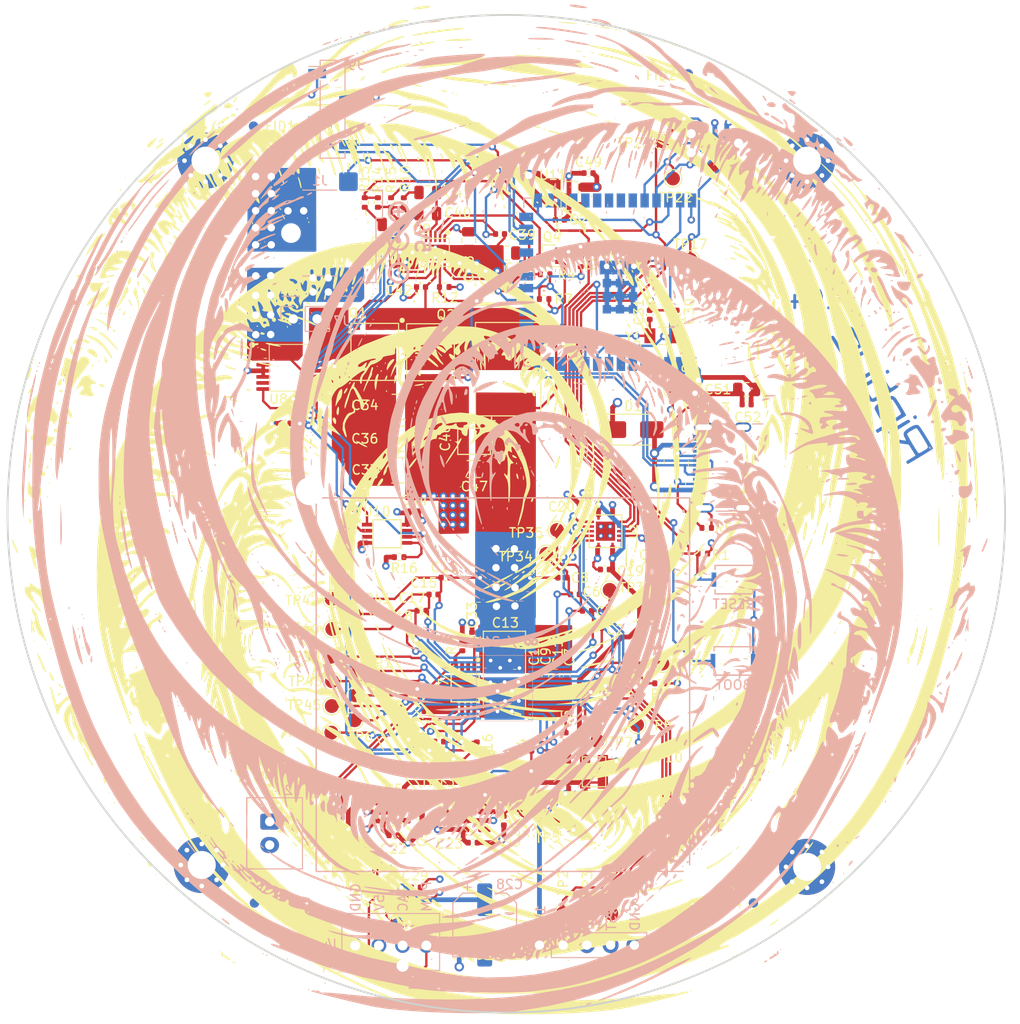
<source format=kicad_pcb>
(kicad_pcb (version 20240108) (generator "pcbnew") (generator_version "8.0")
  (layers (0 "F.Cu" signal) (1 "In1.Cu" signal) (2 "In2.Cu" signal) (31 "B.Cu" signal) (34 "B.Paste" user) (35 "F.Paste" user) (36 "B.SilkS" user "B.Silkscreen") (37 "F.SilkS" user "F.Silkscreen") (38 "B.Mask" user) (39 "F.Mask" user) (44 "Edge.Cuts" user))
  (net 0 "")
  (net 1 "GND")
  (net 2 "/Power/VIN")
  (net 3 "/BM1366/1V8")
  (net 4 "/BM1366/INV_CLKO")
  (net 5 "/VDD")
  (net 6 "/ESP32/EN")
  (net 7 "/5V")
  (net 8 "/3V3")
  (net 9 "/TX")
  (net 10 "/RX")
  (net 11 "/BM1366/VDD3_0")
  (net 12 "/BM1366/VDD2_0")
  (net 13 "/RST")
  (net 14 "/BM1366/PIN_MODE")
  (net 15 "/Fan/FAN_TACH")
  (net 16 "/SCL")
  (net 17 "/Fan/FAN_PWM")
  (net 18 "/Power/OUT0")
  (net 19 "/Power/SW")
  (net 20 "/BM1366/0V8")
  (net 21 "/BM1366/VDD1_0")
  (net 22 "/BM1366/VDD1_1")
  (net 23 "/BM1366/VDD2_1")
  (net 24 "/BM1366/VDD3_1")
  (net 25 "Net-(Q4-D)")
  (net 26 "Net-(U9-COMP)")
  (net 27 "Net-(U9-BOOT)")
  (net 28 "Net-(C41-Pad2)")
  (net 29 "Net-(U9-BP)")
  (net 30 "/BM1366/CI")
  (net 31 "Net-(C45-Pad1)")
  (net 32 "/BM1366/RO")
  (net 33 "/BM1366/RST_N")
  (net 34 "Net-(Q1-G)")
  (net 35 "Net-(Q2-G)")
  (net 36 "/BM1366/RI")
  (net 37 "Net-(U10-FS0)")
  (net 38 "Net-(U12-GPIO19{slash}U1RTS{slash}ADC2_CH8{slash}CLK_OUT2{slash}USB_D-)")
  (net 39 "Net-(U12-GPIO20{slash}U1CTS{slash}ADC2_CH9{slash}CLK_OUT1{slash}USB_D+)")
  (net 44 "/BM1366/CLKI")
  (net 45 "/BM1366/NRSTO")
  (net 46 "/BM1366/BO")
  (net 47 "/BM1366/CLKO")
  (net 48 "/BM1366/CO")
  (net 49 "/ESP32/P_TX")
  (net 50 "/ESP32/P_RX")
  (net 51 "/ESP32/IO0")
  (net 52 "/ESP32/XIN32")
  (net 54 "/BM1366/ADDR0")
  (net 55 "/ESP32/XOUT32")
  (net 56 "/Power/PGOOD")
  (net 60 "/Power/OUT1")
  (net 62 "/ESP32/PWR_EN")
  (net 64 "/SDA")
  (net 78 "/BM1366/BI")
  (net 79 "/PLUG_SENSE")
  (net 80 "/BM1366/ADDR1")
  (net 81 "Net-(D1-Pad2)")
  (net 87 "Net-(J8-CC1)")
  (net 88 "Net-(J8-CC2)")
  (net 92 "Net-(U14-VDDIO_18_1)")
  (net 93 "Net-(U14-VDDIO_08_1)")
  (footprint "Capacitor_SMD:C_0805_2012Metric" (layer "F.Cu") (at 105.864 69.487 180)
    (property "Reference" "C43")
    (property "Value" "10uF")
  )
  (footprint "Capacitor_SMD:C_0402_1005Metric" (layer "F.Cu") (at 116.356 103.365 180)
    (property "Reference" "C19")
    (property "Value" "0.1uF")
  )
  (footprint "Diode_SMD:D_SMA" (layer "F.Cu") (at 119.38 88.392)
    (property "Reference" "D1")
    (property "Value" "SS310")
  )
  (footprint "Package_SO:TSSOP-16_4.4x5mm_P0.65mm" (layer "F.Cu") (at 82.64 81.77)
    (property "Reference" "U8")
    (property "Value" "INA260")
  )
  (footprint "Capacitor_SMD:C_0402_1005Metric" (layer "F.Cu") (at 112.268 114.6556 -90)
    (property "Reference" "C7")
    (property "Value" "0.1uF")
  )
  (footprint "Fiducial:Fiducial_1mm_Mask2mm" (layer "F.Cu") (at 125.2728 50.292)
    (property "Reference" "FID2")
    (property "Value" "Fiducial")
  )
  (footprint "Fiducial:Fiducial_1mm_Mask2mm" (layer "F.Cu") (at 132.2578 139.065)
    (property "Reference" "FID4")
    (property "Value" "Fiducial")
  )
  (footprint "Resistor_SMD:R_0402_1005Metric" (layer "F.Cu") (at 90.6496 64.079 -90)
    (property "Reference" "R13")
    (property "Value" "1.33k")
  )
  (footprint "Fiducial:Fiducial_1mm_Mask2mm" (layer "F.Cu") (at 78.8416 139.065)
    (property "Reference" "FID3")
    (property "Value" "Fiducial")
  )
  (footprint "Resistor_SMD:R_0402_1005Metric" (layer "F.Cu") (at 122.207 115.554 180)
    (property "Reference" "R6")
    (property "Value" "10k")
  )
  (footprint "Capacitor_SMD:C_0402_1005Metric" (layer "F.Cu") (at 115.25 127.81 180)
    (property "Reference" "C1")
    (property "Value" "0.1uF")
  )
  (footprint "TestPoint:TestPoint_Pad_D1.5mm" (layer "F.Cu") (at 87.0458 112.6998)
    (property "Reference" "TP38")
    (property "Value" "TestPoint")
  )
  (footprint "Package_TO_SOT_SMD:SOT-323_SC-70" (layer "F.Cu") (at 110.37 69.78 180)
    (property "Reference" "Q4")
    (property "Value" "2N7002K")
  )
  (footprint "Capacitor_SMD:C_0805_2012Metric" (layer "F.Cu") (at 97.4054 63.0058 180)
    (property "Reference" "C41")
    (property "Value" "1.5nF")
  )
  (footprint "TestPoint:TestPoint_Pad_D1.5mm" (layer "F.Cu") (at 123.61 84.12)
    (property "Reference" "TP19")
    (property "Value" "TestPoint")
  )
  (footprint "Resistor_SMD:R_0402_1005Metric" (layer "F.Cu") (at 113.77 70.44 -90)
    (property "Reference" "R8")
    (property "Value" "1M")
  )
  (footprint "Capacitor_SMD:C_0402_1005Metric" (layer "F.Cu") (at 114.44 107.79 180)
    (property "Reference" "C3")
    (property "Value" "1uF")
  )
  (footprint "MountingHole:MountingHole_3.5mm" (layer "F.Cu") (at 84.71 94.91)
    (property "Reference" "H6" (hide yes))
    (property "Value" "MountingHole")
  )
  (footprint "Resistor_SMD:R_0402_1005Metric" (layer "F.Cu") (at 127.254 98.91 180)
    (property "Reference" "R5")
    (property "Value" "5.1k")
  )
  (footprint "Capacitor_SMD:C_0805_2012Metric" (layer "F.Cu") (at 101.783 68.1616 -90)
    (property "Reference" "C38")
    (property "Value" "1uF")
  )
  (footprint "TestPoint:TestPoint_Pad_D1.5mm" (layer "F.Cu") (at 111.225 99.15)
    (property "Reference" "TP35")
    (property "Value" "TestPoint")
  )
  (footprint "TestPoint:TestPoint_Pad_D1.5mm" (layer "F.Cu") (at 111.44 130.16)
    (property "Reference" "TP5")
    (property "Value" "TestPoint")
  )
  (footprint "Capacitor_SMD:C_0402_1005Metric" (layer "F.Cu") (at 105.54 130.24 -90)
    (property "Reference" "C25")
    (property "Value" "1uF")
  )
  (footprint "Capacitor_SMD:C_0805_2012Metric" (layer "F.Cu") (at 93.472 66.42)
    (property "Reference" "C45")
    (property "Value" "470pF")
  )
  (footprint "bitaxe:SC32S-7PF20PPM" (layer "F.Cu") (at 122.595 78.349 180)
    (property "Reference" "Y1")
    (property "Value" "32.768kHz")
  )
  (footprint "TestPoint:TestPoint_Pad_D1.5mm" (layer "F.Cu") (at 94.107 141.4526)
    (property "Reference" "TP16")
    (property "Value" "TestPoint")
  )
  (footprint "TestPoint:TestPoint_Pad_D1.5mm" (layer "F.Cu") (at 90.8558 145.9484)
    (property "Reference" "TP15")
    (property "Value" "TestPoint")
  )
  (footprint "Package_TO_SOT_SMD:SOT-23-5" (layer "F.Cu") (at 93.753 129.308)
    (property "Reference" "U5")
    (property "Value" "MCP1824T-1802E")
  )
  (footprint "Capacitor_SMD:C_0805_2012Metric" (layer "F.Cu") (at 131.53 84.09)
    (property "Reference" "C51")
    (property "Value" "10uF")
  )
  (footprint "TestPoint:TestPoint_Pad_D1.5mm" (layer "F.Cu") (at 119.8 119.99)
    (property "Reference" "TP8")
    (property "Value" "TestPoint")
  )
  (footprint "TestPoint:TestPoint_Pad_D1.5mm" (layer "F.Cu") (at 122.556 57.528)
    (property "Reference" "TP23")
    (property "Value" "TestPoint")
  )
  (footprint "Package_TO_SOT_SMD:SOT-23-5" (layer "F.Cu") (at 102.32 130.24)
    (property "Reference" "U6")
    (property "Value" "MCP1824T-0802E")
  )
  (footprint "MountingHole:MountingHole_3.5mm" (layer "F.Cu") (at 126.06 136.36)
    (property "Reference" "H5" (hide yes))
    (property "Value" "MountingHole")
  )
  (footprint "TestPoint:TestPoint_Pad_D1.5mm" (layer "F.Cu") (at 89.7636 114.2238)
    (property "Reference" "TP1")
    (property "Value" "TestPoint")
  )
  (footprint "Capacitor_SMD:C_0402_1005Metric" (layer "F.Cu") (at 108.485 122.318 90)
    (property "Reference" "C4")
    (property "Value" "1uF")
  )
  (footprint "TestPoint:TestPoint_Pad_D1.5mm" (layer "F.Cu") (at 87.1474 115.316)
    (property "Reference" "TP43")
    (property "Value" "TestPoint")
  )
  (footprint "Package_SO:TSSOP-8_3x3mm_P0.65mm" (layer "F.Cu") (at 101.3968 116.0272 -90)
    (property "Reference" "U7")
    (property "Value" "EMC2101")
  )
  (footprint "Capacitor_SMD:C_0402_1005Metric" (layer "F.Cu") (at 99.3 104.24 180)
    (property "Reference" "C12")
    (property "Value" "1uF")
  )
  (footprint "Capacitor_SMD:C_0402_1005Metric" (layer "F.Cu") (at 131.53 85.7)
    (property "Reference" "C52")
    (property "Value" "0.1uF")
  )
  (footprint "Resistor_SMD:R_0402_1005Metric" (layer "F.Cu") (at 126.837 101.658 180)
    (property "Reference" "R1")
    (property "Value" "10k")
  )
  (footprint "MountingHole:MountingHole_3mm_Pad_Via" (layer "F.Cu") (at 138 59.6)
    (property "Reference" "H7")
    (property "Value" "MountingHole_Pad")
  )
  (footprint "Capacitor_SMD:C_0402_1005Metric" (layer "F.Cu") (at 124.043 76.096 90)
    (property "Reference" "C30")
    (property "Value" "6.8pF")
  )
  (footprint "Fiducial:Fiducial_1mm_Mask2mm" (layer "F.Cu") (at 78.74 55.9054)
    (property "Reference" "FID1")
    (property "Value" "Fiducial")
  )
  (footprint "bitaxe:TXB0104" (layer "F.Cu") (at 116.422 99.265 -90)
    (property "Reference" "U2")
    (property "Value" "TXB0104RGYR")
  )
  (footprint "Resistor_SMD:R_0402_1005Metric" (layer "F.Cu") (at 94.8288 64.0836 -90)
    (property "Reference" "R10")
    (property "Value" "3.83k")
  )
  (footprint "TestPoint:TestPoint_Pad_D1.5mm" (layer "F.Cu") (at 87.1 106.51)
    (property "Reference" "TP42")
    (property "Value" "TestPoint")
  )
  (footprint "TestPoint:TestPoint_Pad_D1.5mm" (layer "F.Cu") (at 125.5 70.19)
    (property "Reference" "TP17")
    (property "Value" "TestPoint")
  )
  (footprint "bitaxe:FP1005R1-R15-R" (layer "F.Cu") (at 106.0006 81.9214 -90)
    (property "Reference" "L1")
    (property "Value" "150nH")
  )
  (footprint "Resistor_SMD:R_0402_1005Metric" (layer "F.Cu") (at 93.465 64.079 90)
    (property "Reference" "R15")
    (property "Value" "3.32k")
  )
  (footprint "Capacitor_SMD:C_0402_1005Metric" (layer "F.Cu") (at 98.01 106.04 180)
    (property "Reference" "C15")
    (property "Value" "1uF")
  )
  (footprint "Resistor_SMD:R_0402_1005Metric" (layer "F.Cu") (at 94.33 102.04 180)
    (property "Reference" "R16")
    (property "Value" "80.6k")
  )
  (footprint "MountingHole:MountingHole_3mm_Pad_Via" (layer "F.Cu") (at 138 135.2)
    (property "Reference" "H9")
    (property "Value" "MountingHole_Pad")
  )
  (footprint "Capacitor_SMD:C_0402_1005Metric" (layer "F.Cu") (at 102.646 122.318 90)
    (property "Reference" "C16")
    (property "Value" "1uF")
  )
  (footprint "Capacitor_SMD:C_0402_1005Metric" (layer "F.Cu") (at 114.6 60.93 180)
    (property "Reference" "C49")
    (property "Value" "1uF")
  )
  (footprint "Capacitor_SMD:C_0402_1005Metric" (layer "F.Cu") (at 95.659 109.681 180)
    (property "Reference" "C18")
    (property "Value" "1uF")
  )
  (footprint "TestPoint:TestPoint_Pad_D1.5mm" (layer "F.Cu") (at 128.2 60.06)
    (property "Reference" "TP18")
    (property "Value" "TestPoint")
  )
  (footprint "Capacitor_SMD:C_0805_2012Metric" (layer "F.Cu") (at 97.383 65.268 180)
    (property "Reference" "C40")
    (property "Value" "180pF")
  )
  (footprint "Package_SO:TSSOP-8_3x3mm_P0.65mm" (layer "F.Cu") (at 93.04 99.54)
    (property "Reference" "U10")
    (property "Value" "DS4432U+")
  )
  (footprint "TestPoint:TestPoint_Pad_D1.5mm" (layer "F.Cu") (at 116.87 105.55)
    (property "Reference" "TP36")
    (property "Value" "TestPoint")
  )
  (footprint "Capacitor_SMD:C_0402_1005Metric" (layer "F.Cu") (at 105.13 67.45)
    (property "Reference" "C39")
    (property "Value" "3.3nF")
  )
  (footprint "bitaxe:silk" (layer "F.Cu") (at 103.830192 96.324743)
    (property "Reference" "G***" (hide yes))
    (property "Value" "LOGO" (hide yes))
  )
  (footprint "TestPoint:TestPoint_Pad_D1.5mm" (layer "F.Cu") (at 89.6874 116.84)
    (property "Reference" "TP44")
    (property "Value" "TestPoint")
  )
  (footprint "MountingHole:MountingHole_3mm_Pad_Via" (layer "F.Cu") (at 73.2 135)
    (property "Reference" "H10")
    (property "Value" "MountingHole_Pad")
  )
  (footprint "Capacitor_SMD:C_0402_1005Metric" (layer "F.Cu") (at 121.159 76.105 90)
    (property "Reference" "C31")
    (property "Value" "6.8pF")
  )
  (footprint "Capacitor_SMD:C_0402_1005Metric" (layer "F.Cu") (at 82.17 87.72 180)
    (property "Reference" "C35")
    (property "Value" "1uF")
  )
  (footprint "Capacitor_SMD:C_0402_1005Metric" (layer "F.Cu") (at 108.712 114.681 -90)
    (property "Reference" "C10")
    (property "Value" "1uF")
  )
  (footprint "Capacitor_SMD:C_0402_1005Metric" (layer "F.Cu") (at 111.1504 114.7064 -90)
    (property "Reference" "C11")
    (property "Value" "1uF")
  )
  (footprint "Resistor_SMD:R_0402_1005Metric" (layer "F.Cu") (at 92.0573 64.079 -90)
    (property "Reference" "R14")
    (property "Value" "4.99k")
  )
  (footprint "Capacitor_SMD:C_0402_1005Metric" (layer "F.Cu") (at 98.612 121.788 180)
    (property "Reference" "C14")
    (property "Value" "1uF")
  )
  (footprint "Capacitor_Tantalum_SMD:CP_EIA-7343-31_Kemet-D_Pad2.25x2.55mm_HandSolder" (layer "F.Cu") (at 105.6 114.56 -90)
    (property "Reference" "C13")
    (property "Value" "330uF")
  )
  (footprint "bitaxe:CSD17311Q5" (layer "F.Cu") (at 97.6816 80.1102 -90)
    (property "Reference" "Q2")
    (property "Value" "CSD17311Q5")
  )
  (footprint "Capacitor_SMD:C_0402_1005Metric" (layer "F.Cu") (at 102.1334 110.5662 90)
    (property "Reference" "C33")
    (property "Value" "0.1uF")
  )
  (footprint "Resistor_SMD:R_0402_1005Metric" (layer "F.Cu") (at 96.15 138.48)
    (property "Reference" "R2")
    (property "Value" "5.6k")
  )
  (footprint "TestPoint:TestPoint_Pad_D1.5mm" (layer "F.Cu") (at 114.41 140.15)
    (property "Reference" "TP3")
    (property "Value" "TestPoint")
  )
  (footprint "TestPoint:TestPoint_Pad_D1.5mm" (layer "F.Cu") (at 89.5 108.13)
    (property "Reference" "TP41")
    (property "Value" "TestPoint")
  )
  (footprint "Capacitor_SMD:C_0402_1005Metric" (layer "F.Cu") (at 95.93 97.14)
    (property "Reference" "C44")
    (property "Value" "1uF")
  )
  (footprint "bitaxe:TPS40305" (layer "F.Cu") (at 98.201691 69.4222 -90)
    (property "Reference" "U9")
    (property "Value" "TPS40305")
  )
  (footprint "TestPoint:TestPoint_Pad_D1.5mm" (layer "F.Cu") (at 110.075 101.7)
    (property "Reference" "TP34")
    (property "Value" "TestPoint")
  )
  (footprint "TestPoint:TestPoint_Pad_D1.5mm" (layer "F.Cu") (at 87.0712 120.8278)
    (property "Reference" "TP46")
    (property "Value" "TestPoint")
  )
  (footprint "MountingHole:MountingHole_3mm_Pad_Via" (layer "F.Cu") (at 73.6 59.6)
    (property "Reference" "H8" (hide yes))
    (property "Value" "MountingHole_Pad")
  )
  (footprint "Capacitor_SMD:C_0402_1005Metric" (layer "F.Cu") (at 93.733 131.818)
    (property "Reference" "C22")
    (property "Value" "1uF")
  )
  (footprint "TestPoint:TestPoint_Pad_D1.5mm" (layer "F.Cu") (at 119.8 123.54)
    (property "Reference" "TP10")
    (property "Value" "TestPoint")
  )
  (footprint "Capacitor_SMD:C_0402_1005Metric" (layer "F.Cu") (at 123.89 101.66 180)
    (property "Reference" "C21")
    (property "Value" "1uF")
  )
  (footprint "Capacitor_SMD:C_0402_1005Metric" (layer "F.Cu") (at 113.14 106.03 180)
    (property "Reference" "C6")
    (property "Value" "1uF")
  )
  (footprint "bitaxe:CAP_2R5TPE220MAFB" (layer "F.Cu") (at 102.3516 89.6402 180)
    (property "Reference" "C46")
    (property "Value" "220uF")
  )
  (footprint "bitaxe:CSD17311Q5" (layer "F.Cu") (at 91.719887 80.066364 90)
    (property "Reference" "Q1")
    (property "Value" "CSD17311Q5")
  )
  (footprint "Capacitor_SMD:C_0402_1005Metric" (layer "F.Cu") (at 96.6698 73.128)
    (property "Reference" "C42")
    (property "Value" "0.1uF")
  )
  (footprint "TestPoint:TestPoint_Pad_D1.5mm" (layer "F.Cu") (at 115.56 121.71)
    (property "Reference" "TP7")
    (property "Value" "TestPoint")
  )
  (footprint "Capacitor_SMD:C_1210_3225Metric" (layer "F.Cu") (at 94.2816 85.9702)
    (property "Reference" "C34")
    (property "Value" "47uF")
  )
  (footprint "TestPoint:TestPoint_Pad_D1.5mm" (layer "F.Cu") (at 87.18 109.74)
    (property "Reference" "TP40")
    (property "Value" "TestPoint")
  )
  (footprint "TestPoint:TestPoint_Pad_D1.5mm" (layer "F.Cu") (at 117.04 140.19 90)
    (property "Reference" "TP4")
    (property "Value" "TestPoint")
  )
  (footprint "bitaxe:O 25,0-JO32-B-1V3-1-T1-LF" (layer "F.Cu") (at 115.19 125.02 90)
    (property "Reference" "U1")
    (property "Value" "25MHz")
  )
  (footprint "TestPoint:TestPoint_Pad_D1.5mm" (layer "F.Cu") (at 98.473 127.736)
    (property "Reference" "TP13")
    (property "Value" "TestPoint")
  )
  (footprint "Resistor_SMD:R_0402_1005Metric" (layer "F.Cu") (at 99.1602 73.1234)
    (property "Reference" "R12")
    (property "Value" "4.12k")
  )
  (footprint "Resistor_SMD:R_0402_1005Metric" (layer "F.Cu") (at 109.955 71.76 180)
    (property "Reference" "R4")
    (property "Value" "10k")
  )
  (footprint "" (layer "F.Cu") (at 102.8 54)
    (property "Reference" "")
    (property "Value" "")
  )
  (footprint "Capacitor_SMD:C_0402_1005Metric" (layer "F.Cu") (at 115.54 109.624 180)
    (property "Reference" "C2")
    (property "Value" "1uF")
  )
  (footprint "Resistor_SMD:R_0402_1005Metric" (layer "F.Cu") (at 109.85 74.41)
    (property "Reference" "R7")
    (property "Value" "10k")
  )
  (footprint "Capacitor_SMD:C_0402_1005Metric" (layer "F.Cu") (at 102.21 132.61)
    (property "Reference" "C23")
    (property "Value" "1uF")
  )
  (footprint "TestPoint:TestPoint_Pad_D1.5mm" (layer "F.Cu") (at 89.5604 119.507)
    (property "Reference" "TP6")
    (property "Value" "TestPoint")
  )
  (footprint "Capacitor_SMD:C_0402_1005Metric" (layer "F.Cu") (at 112.16 121.32 90)
    (property "Reference" "C5")
    (property "Value" "1uF")
  )
  (footprint "TestPoint:TestPoint_Pad_D1.5mm" (layer "F.Cu") (at 122.5 113.43)
    (property "Reference" "TP9")
    (property "Value" "TestPoint")
  )
  (footprint "Resistor_SMD:R_0402_1005Metric" (layer "F.Cu") (at 101.092 111.5568 90)
    (property "Reference" "R9")
    (property "Value" "10k")
  )
  (footprint "Capacitor_SMD:C_0402_1005Metric" (layer "F.Cu") (at 96.73 107.78 180)
    (property "Reference" "C17")
    (property "Value" "1uF")
  )
  (footprint "Capacitor_SMD:C_0402_1005Metric" (layer "F.Cu") (at 111.81 104.24 180)
    (property "Reference" "C8")
    (property "Value" "1uF")
  )
  (footprint "Capacitor_SMD:C_0402_1005Metric" (layer "F.Cu") (at 96.12 137.41)
    (property "Reference" "C29")
    (property "Value" "0.1uF")
  )
  (footprint "TestPoint:TestPoint_Pad_D1.5mm" (layer "F.Cu") (at 107.83 129.2)
    (property "Reference" "TP14")
    (property "Value" "TestPoint")
  )
  (footprint "TestPoint:TestPoint_Pad_D1.5mm" (layer "F.Cu") (at 87.122 117.983)
    (property "Reference" "TP45")
    (property "Value" "TestPoint")
  )
  (footprint "Resistor_SMD:R_0402_1005Metric" (layer "F.Cu") (at 126.872 86.047 180)
    (property "Reference" "R3")
    (property "Value" "5.1k")
  )
  (footprint "Capacitor_SMD:C_0402_1005Metric" (layer "F.Cu") (at 111.531 65.931)
    (property "Reference" "C27")
    (property "Value" "1uF")
  )
  (footprint "TestPoint:TestPoint_Pad_D1.5mm" (layer "F.Cu") (at 123.64 61.51)
    (property "Reference" "TP22")
    (property "Value" "TestPoint")
  )
  (footprint "TestPoint:TestPoint_Pad_D1.5mm" (layer "F.Cu") (at 111.89 140.15)
    (property "Reference" "TP2")
    (property "Value" "TestPoint")
  )
  (footprint "" (layer "F.Cu") (at 116.6 53.8)
    (property "Reference" "")
    (property "Value" "")
  )
  (footprint "Capacitor_SMD:C_0402_1005Metric" (layer "F.Cu") (at 114.102 96.355 180)
    (property "Reference" "C20")
    (property "Value" "0.1uF")
  )
  (footprint "Capacitor_SMD:C_1206_3216Metric" (layer "F.Cu") (at 102.3116 92.6102 180)
    (property "Reference" "C47")
    (property "Value" "100uF")
  )
  (footprint "Capacitor_SMD:C_0402_1005Metric" (layer "F.Cu") (at 96.763 129.118 -90)
    (property "Reference" "C24")
    (property "Value" "1uF")
  )
  (footprint "Capacitor_SMD:C_1210_3225Metric" (layer "F.Cu") (at 94.2416 89.3802)
    (property "Reference" "C36")
    (property "Value" "47uF")
  )
  (footprint "Capacitor_SMD:C_0402_1005Metric" (layer "F.Cu") (at 109.982 114.71 -90)
    (property "Reference" "C9")
    (property "Value" "0.1uF")
  )
  (footprint "bitaxe:RT9080-33GJ5" (layer "F.Cu") (at 112.563 63.38)
    (property "Reference" "U11")
    (property "Value" "RT9080-33GJ5")
  )
  (footprint "Capacitor_SMD:C_1210_3225Metric" (layer "F.Cu") (at 94.2416 92.7402)
    (property "Reference" "C37")
    (property "Value" "47uF")
  )
  (footprint "bitaxe:470531000" (layer "B.Cu") (at 89.621 143.622)
    (property "Reference" "J4")
    (property "Value" "Conn_01x04")
  )
  (footprint "Connector_PinSocket_2.54mm:PinSocket_1x04_P2.54mm_Vertical_SMD_Pin1Right" (layer "B.Cu") (at 87.205 54.09 180)
    (property "Reference" "J9")
    (property "Value" "Conn_01x04")
  )
  (footprint "Fiducial:Fiducial_1mm_Mask2mm" (layer "B.Cu") (at 132.26 139.06 180)
    (property "Reference" "FID7" (hide yes))
    (property "Value" "Fiducial")
  )
  (footprint "bitaxe:silk" (layer "B.Cu") (at 106.4 96.2 180)
    (property "Reference" "G***" (hide yes))
    (property "Value" "LOGO" (hide yes))
  )
  (footprint "Connector_PinHeader_2.54mm:PinHeader_1x02_P2.54mm_Vertical" (layer "B.Cu") (at 83 76.54 -90)
    (property "Reference" "J7")
    (property "Value" "Conn_01x02")
  )
  (footprint "Connector_PinHeader_2.54mm:PinHeader_1x05_P2.54mm_Vertical" (layer "B.Cu") (at 109.35 143.58 -90)
    (property "Reference" "J3" (hide yes))
    (property "Value" "Conn_01x05")
  )
  (footprint "Connector_USB:USB_C_Receptacle_GCT_USB4105-xx-A_16P_TopMnt_Horizontal" (layer "B.Cu") (at 130.048 92.456 -90)
    (property "Reference" "J8" (hide yes))
    (property "Value" "USB_C_Receptacle_USB2.0")
  )
  (footprint "bitaxe:ESP32-S3-WROOM-1" (layer "B.Cu") (at 117.43 72.61 90)
    (property "Reference" "U12" (hide yes))
    (property "Value" "ESP32-S3-WROOM-1")
  )
  (footprint "bitaxe:words" (layer "B.Cu") (at 146 84.6 180)
    (property "Reference" "G***" (hide yes))
    (property "Value" "LOGO" (hide yes))
  )
  (footprint "bitaxe:Tag-Connect_TC2030-IDC-NL_2x03_P1.27mm_Vertical" (layer "B.Cu") (at 128.13 57.73 180)
    (property "Reference" "J5" (hide yes))
    (property "Value" "TC2030-IDC")
  )
  (footprint "Fiducial:Fiducial_1mm_Mask2mm" (layer "B.Cu") (at 78.85 139.07 180)
    (property "Reference" "FID8" (hide yes))
    (property "Value" "Fiducial")
  )
  (footprint "bitaxe:BM1366" (layer "B.Cu") (at 105.612 116.068 180)
    (property "Reference" "U14" (hide yes))
    (property "Value" "BM1366_mode1")
  )
  (footprint "Capacitor_SMD:CP_Elec_6.3x7.7" (layer "B.Cu") (at 103.49 141.42 -90)
    (property "Reference" "C28")
    (property "Value" "220uF")
  )
  (footprint "bitaxe:BarrelJack_Wuerth_694106106102_2.0x5.5mm" (layer "B.Cu") (at 85.825 67.35 90)
    (property "Reference" "J1")
    (property "Value" "54-00164")
  )
  (footprint "bitaxe:SW_CS1213AGF260_CRS" (layer "B.Cu") (at 130.186 104.448 180)
    (property "Reference" "SW1" (hide yes))
    (property "Value" "GT-TC029B-H025-L1N")
  )
  (footprint "bitaxe:polarity" (layer "B.Cu") (at 94.265 68.155 90)
    (property "Reference" "U3" (hide yes))
    (property "Value" "~")
  )
  (footprint "bitaxe:words" (layer "B.Cu") (at 146 84.6 180)
    (property "Reference" "G***" (hide yes))
    (property "Value" "LOGO" (hide yes))
  )
  (footprint "Fiducial:Fiducial_1mm_Mask2mm" (layer "B.Cu") (at 125.27 50.31 180)
    (property "Reference" "FID5" (hide yes))
    (property "Value" "Fiducial")
  )
  (footprint "bitaxe:JST_XH_B2B-XH-A_1x02_P2.50mm_Vertical" (layer "B.Cu") (at 80.47 130.36 -90)
    (property "Reference" "J2")
    (property "Value" "Conn_01x02")
  )
  (footprint "bitaxe:SW_CS1213AGF260_CRS" (layer "B.Cu") (at 130.082 113.155 180)
    (property "Reference" "SW2" (hide yes))
    (property "Value" "GT-TC029B-H025-L1N")
  )
  (footprint "Fiducial:Fiducial_1mm_Mask2mm" (layer "B.Cu") (at 78.75 55.9 180)
    (property "Reference" "FID6" (hide yes))
    (property "Value" "Fiducial")
  )
  (gr_rect (start 85.45 95.7) (end 125.43 135.69) (stroke (width 0.15)) (fill none) (layer "B.SilkS"))
  (gr_circle (center 105.8 97.398666) (end 159.2 97.776217) (stroke (width 0.2)) (fill none) (layer "Edge.Cuts"))
  (gr_text "204" (at 142.018 75.606 0) (layer "B.Cu") (effects (font (size 2 2) (thickness 0.3)) (justify left bottom mirror)))
  (gr_text "RST" (at 117.0475 140.699666 90) (layer "B.SilkS") (effects (font (size 1 1)) (justify mirror)))
  (gr_text "5V" (at 92.209 139.018 90) (layer "B.SilkS") (effects (font (size 1 1)) (justify mirror)))
  (gr_text "1V8" (at 109.45 140.675857 90) (layer "B.SilkS") (effects (font (size 1 1)) (justify mirror)))
  (gr_text "/ 21M" (at 104.55 111.11 0) (layer "B.SilkS") (effects (font (size 1 1)) (justify mirror)))
  (gr_text "∞" (at 108.47 110.96 0) (layer "B.SilkS") (effects (font (size 2 2) (thickness 0.25)) (justify mirror)))
  (gr_text "5V" (at 95.925 69.675 -90) (layer "B.SilkS") (effects (font (size 1.5 1.5) (thickness 0.3) (bold yes)) (justify left bottom mirror)))
  (gr_text "RXI" (at 111.9825 140.842524 90) (layer "B.SilkS") (effects (font (size 1 1)) (justify mirror)))
  (gr_text "PWM" (at 97.265 138.363 90) (layer "B.SilkS") (effects (font (size 1 1)) (justify mirror)))
  (gr_text "GND" (at 119.58 140.533 90) (layer "B.SilkS") (effects (font (size 1 1)) (justify mirror)))
  (gr_text "TXO" (at 114.515 140.675857 90) (layer "B.SilkS") (effects (font (size 1 1)) (justify mirror)))
  (gr_text "TAC" (at 94.7325 138.696333 90) (layer "B.SilkS") (effects (font (size 1 1)) (justify mirror)))
  (gr_text "GND" (at 89.6675 138.482048 90) (layer "B.SilkS") (effects (font (size 1 1)) (justify mirror)))
  (segment (start 90.897 129.309) (end 90.898 129.308) (width 0.508) (layer "F.Cu") (net 1))
  (segment (start 112.513 63.759) (end 112.513 65.429) (width 0.508) (layer "F.Cu") (net 1))
  (segment (start 96.763 129.768) (end 96.763 131.278) (width 0.508) (layer "F.Cu") (net 1))
  (segment (start 112.513 65.429) (end 112.011 65.931) (width 0.508) (layer "F.Cu") (net 1))
  (segment (start 116.91 128.21) (end 116.91 128.99) (width 0.254) (layer "F.Cu") (net 1))
  (segment (start 111.18905 63.376) (end 111.18505 63.38) (width 0.508) (layer "F.Cu") (net 1))
  (segment (start 118.107 99.765) (end 120.075 99.765) (width 0.254) (layer "F.Cu") (net 1))
  (segment (start 121.159 74.598) (end 121.21 74.547) (width 0.254) (layer "F.Cu") (net 1))
  (segment (start 90.89 100.515) (end 90.215 100.515) (width 0.508) (layer "F.Cu") (net 1))
  (segment (start 112.9225 101.108938) (end 114.266438 99.765) (width 0.254) (layer "F.Cu") (net 1))
  (segment (start 117.602 123.903) (end 117.569 123.87) (width 0.508) (layer "F.Cu") (net 1))
  (segment (start 111.88 130.16) (end 112.98 131.26) (width 0.254) (layer "F.Cu") (net 1))
  (segment (start 115.13 103.06) (end 115.13 102.6317) (width 0.254) (layer "F.Cu") (net 1))
  (segment (start 90.13 101.01989) (end 90.360055 101.249945) (width 0.508) (layer "F.Cu") (net 1))
  (segment (start 115.5737 102.188) (end 115.5737 101.0483) (width 0.508) (layer "F.Cu") (net 1))
  (segment (start 122.717 115.554) (end 124.094 115.554) (width 0.254) (layer "F.Cu") (net 1))
  (segment (start 102.86 132.61) (end 105.04 132.61) (width 0.508) (layer "F.Cu") (net 1))
  (segment (start 115.13 102.6317) (end 115.5737 102.188) (width 0.254) (layer "F.Cu") (net 1))
  (segment (start 95.179 111.194) (end 96.109 112.124) (width 0.254) (layer "F.Cu") (net 1))
  (segment (start 97.494 136.516) (end 96.6 137.41) (width 0.254) (layer "F.Cu") (net 1))
  (segment (start 112.16 118.803) (end 112.158 118.801) (width 0.254) (layer "F.Cu") (net 1))
  (segment (start 100.8426 73.1234) (end 100.8506 73.1314) (width 0.254) (layer "F.Cu") (net 1))
  (segment (start 104.914 68.586) (end 104.914 69.487) (width 0.254) (layer "F.Cu") (net 1))
  (segment (start 90.13 100.6) (end 90.13 101.01989) (width 0.508) (layer "F.Cu") (net 1))
  (segment (start 120.075 99.765) (end 120.31 100) (width 0.254) (layer "F.Cu") (net 1))
  (segment (start 121.168 75.616) (end 121.159 75.625) (width 0.254) (layer "F.Cu") (net 1))
  (segment (start 110.856 121.838) (end 110.862 121.832) (width 0.254) (layer "F.Cu") (net 1))
  (segment (start 112.512 61.25) (end 112.812 60.95) (width 0.508) (layer "F.Cu") (net 1))
  (segment (start 116.02 109.624) (end 116.02 111.630284) (width 0.254) (layer "F.Cu") (net 1))
  (segment (start 114.1 60.95) (end 114.12 60.93) (width 0.508) (layer "F.Cu") (net 1))
  (segment (start 127.382 87.697) (end 126.943 88.136) (width 0.254) (layer "F.Cu") (net 1))
  (segment (start 96.4 97.7) (end 96.84 98.14) (width 0.508) (layer "F.Cu") (net 1))
  (segment (start 101.242 122.727) (end 99.393 122.727) (width 0.254) (layer "F.Cu") (net 1))
  (segment (start 127.764 97.597) (end 126.943 96.776) (width 0.254) (layer "F.Cu") (net 1))
  (segment (start 96.4 97.31) (end 96.4 97.7) (width 0.508) (layer "F.Cu") (net 1))
  (segment (start 78.125 82.095) (end 78.09 82.06) (width 0.508) (layer "F.Cu") (net 1))
  (segment (start 95.461 132.62) (end 95.015 132.62) (width 0.508) (layer "F.Cu") (net 1))
  (segment (start 94.89 62.47) (end 94.564 62.47) (width 0.254) (layer "F.Cu") (net 1))
  (segment (start 115.9 127.81) (end 116.51 127.81) (width 0.254) (layer "F.Cu") (net 1))
  (segment (start 105.61 67.45) (end 105.61 67.89) (width 0.254) (layer "F.Cu") (net 1))
  (segment (start 80.66 87.76) (end 80.7 87.72) (width 0.508) (layer "F.Cu") (net 1))
  (segment (start 127.764 98.91) (end 127.764 97.597) (width 0.254) (layer "F.Cu") (net 1))
  (segment (start 126.38 83.11) (end 126.68 82.81) (width 0.508) (layer "F.Cu") (net 1))
  (segment (start 105.54 132.11) (end 105.54 130.89) (width 0.508) (layer "F.Cu") (net 1))
  (segment (start 117.569 123.87) (end 116.14 123.87) (width 0.508) (layer "F.Cu") (net 1))
  (segment (start 124.094 115.554) (end 124.109 115.539) (width 0.254) (layer "F.Cu") (net 1))
  (segment (start 96.783 131.298) (end 95.461 132.62) (width 0.508) (layer "F.Cu") (net 1))
  (segment (start 112.513 63.759) (end 112.513 61.251) (width 0.508) (layer "F.Cu") (net 1))
  (segment (start 92.94 102.96) (end 92.91 102.99) (width 0.508) (layer "F.Cu") (net 1))
  (segment (start 121.159 75.625) (end 121.159 74.598) (width 0.254) (layer "F.Cu") (net 1))
  (segment (start 102.131 121.838) (end 101.242 122.727) (width 0.254) (layer "F.Cu") (net 1))
  (segment (start 131.2 82.81) (end 132.48 84.09) (width 0.508) (layer "F.Cu") (net 1))
  (segment (start 112.9225 102.037) (end 112.9225 101.108938) (width 0.254) (layer "F.Cu") (net 1))
  (segment (start 101.1825 130.24) (end 104.43 130.24) (width 0.508) (layer "F.Cu") (net 1))
  (segment (start 105.04 132.61) (end 105.54 132.11) (width 0.508) (layer "F.Cu") (net 1))
  (segment (start 115.876 103.365) (end 115.435 103.365) (width 0.254) (layer "F.Cu") (net 1))
  (segment (start 80.7 87.72) (end 81.69 87.72) (width 0.508) (layer "F.Cu") (net 1))
  (segment (start 112.13 63.376) (end 111.18905 63.376) (width 0.508) (layer "F.Cu") (net 1))
  (segment (start 127.382 86.047) (end 127.382 87.697) (width 0.254) (layer "F.Cu") (net 1))
  (segment (start 112.24 69.13) (end 111.37 69.13) (width 0.254) (layer "F.Cu") (net 1))
  (segment (start 92.94 102.04) (end 92.94 102.96) (width 0.508) (layer "F.Cu") (net 1))
  (segment (start 115.435 103.365) (end 115.13 103.06) (width 0.254) (layer "F.Cu") (net 1))
  (segment (start 95.179 109.681) (end 95.179 111.194) (width 0.254) (layer "F.Cu") (net 1))
  (segment (start 116.02 111.630284) (end 115.099642 112.550642) (width 0.254) (layer "F.Cu") (net 1))
  (segment (start 97.551 122.045) (end 97.551 122.747) (width 0.254) (layer "F.Cu") (net 1))
  (segment (start 112.592 95.325) (end 113.622 96.355) (width 0.508) (layer "F.Cu") (net 1))
  (segment (start 115.5737 101.0483) (end 115.672 100.95) (width 0.508) (layer "F.Cu") (net 1))
  (segment (start 90.898 129.308) (end 92.6155 129.308) (width 0.508) (layer "F.Cu") (net 1))
  (segment (start 105.61 67.89) (end 104.914 68.586) (width 0.254) (layer "F.Cu") (net 1))
  (segment (start 95.015 132.62) (end 94.213 131.818) (width 0.508) (layer "F.Cu") (net 1))
  (segment (start 108.485 121.838) (end 110.856 121.838) (width 0.254) (layer "F.Cu") (net 1))
  (segment (start 123.41 101.66) (end 121.97 101.66) (width 0.254) (layer "F.Cu") (net 1))
  (segment (start 132.01 84.56) (end 132.01 85.7) (width 0.508) (layer "F.Cu") (net 1))
  (segment (start 102.0826 109.0676) (end 102.1334 109.1184) (width 0.508) (layer "F.Cu") (net 1))
  (segment (start 111.44 130.16) (end 111.88 130.16) (width 0.254) (layer "F.Cu") (net 1))
  (segment (start 90.215 100.515) (end 90.13 100.6) (width 0.508) (layer "F.Cu") (net 1))
  (segment (start 97.808 121.788) (end 97.551 122.045) (width 0.254) (layer "F.Cu") (net 1))
  (segment (start 126.68 82.81) (end 131.2 82.81) (width 0.508) (layer "F.Cu") (net 1))
  (segment (start 94.564 62.47) (end 93.465 63.569) (width 0.254) (layer "F.Cu") (net 1))
  (segment (start 112.812 60.95) (end 114.1 60.95) (width 0.508) (layer "F.Cu") (net 1))
  (segment (start 112.318 95.325) (end 112.592 95.325) (width 0.508) (layer "F.Cu") (net 1))
  (segment (start 112.16 120.84) (end 112.16 118.803) (width 0.254) (layer "F.Cu") (net 1))
  (segment (start 79.7775 82.095) (end 78.125 82.095) (width 0.508) (layer "F.Cu") (net 1))
  (segment (start 116.51 127.81) (end 116.91 128.21) (width 0.254) (layer "F.Cu") (net 1))
  (segment (start 86.306158 82.745) (end 85.5025 82.745) (width 0.508) (layer "F.Cu") (net 1))
  (segment (start 112.513 61.251) (end 112.512 61.25) (width 0.508) (layer "F.Cu") (net 1))
  (segment (start 92.94 102.04) (end 93.82 102.04) (width 0.508) (layer "F.Cu") (net 1))
  (segment (start 99.6702 73.1234) (end 100.8426 73.1234) (width 0.254) (layer "F.Cu") (net 1))
  (segment (start 79.7775 81.445) (end 79.7775 82.095) (width 0.4) (layer "F.Cu") (net 1))
  (segment (start 87.414791 81.636367) (end 86.306158 82.745) (width 0.508) (layer "F.Cu") (net 1))
  (segment (start 96.763 131.278) (end 96.783 131.298) (width 0.508) (layer "F.Cu") (net 1))
  (segment (start 114.266438 99.765) (end 114.737 99.765) (width 0.254) (layer "F.Cu") (net 1))
  (segment (start 102.1334 109.1184) (end 102.1334 110.0862) (width 0.508) (layer "F.Cu") (net 1))
  (segment (start 98.682 136.516) (end 97.494 136.516) (width 0.254) (layer "F.Cu") (net 1))
  (segment (start 98.132 121.788) (end 97.808 121.788) (width 0.254) (layer "F.Cu") (net 1))
  (segment (start 112.46 69.35) (end 112.24 69.13) (width 0.254) (layer "F.Cu") (net 1))
  (segment (start 112.513 63.759) (end 112.13 63.376) (width 0.508) (layer "F.Cu") (net 1))
  (segment (start 79.7775 82.745) (end 79.7775 82.095) (width 0.4) (layer "F.Cu") (net 1))
  (segment (start 102.646 121.838) (end 102.131 121.838) (width 0.254) (layer "F.Cu") (net 1))
  (segment (start 121.97 101.66) (end 120.31 100) (width 0.254) (layer "F.Cu") (net 1))
  (segment (start 132.48 84.09) (end 132.01 84.56) (width 0.508) (layer "F.Cu") (net 1))
  (segment (start 124.043 75.616) (end 121.168 75.616) (width 0.254) (layer "F.Cu") (net 1))
  (via (at 95.067 70.471) (size 0.8) (drill 0.4) (layers "F.Cu" "B.Cu") (net 1))
  (via (at 80.64 68.6075) (size 1.2) (drill 0.8) (layers "F.Cu" "B.Cu") (net 1))
  (via (at 80.64 63.125) (size 1.2) (drill 0.8) (layers "F.Cu" "B.Cu") (net 1))
  (via (at 78.09 82.06) (size 0.8) (drill 0.4) (layers "F.Cu" "B.Cu") (net 1))
  (via (at 100.8506 73.1314) (size 0.8) (drill 0.4) (layers "F.Cu" "B.Cu") (net 1))
  (via (at 80.64 64.9525) (size 1.2) (drill 0.8) (layers "F.Cu" "B.Cu") (net 1))
  (via (at 116.91 128.99) (size 0.8) (drill 0.4) (layers "F.Cu" "B.Cu") (net 1))
  (via (at 116.54 70.92) (size 1) (drill 0.6) (layers "F.Cu" "B.Cu") (net 1))
  (via (at 80.64 66.78) (size 1.2) (drill 0.8) (layers "F.Cu" "B.Cu") (net 1))
  (via (at 99.06 95.504) (size 0.8) (drill 0.4) (layers "F.Cu" "B.Cu") (net 1))
  (via (at 78.96 61.3) (size 1.2) (drill 0.8) (layers "F.Cu" "B.Cu") (net 1))
  (via (at 82.43 64.97) (size 1.2) (drill 0.8) (layers "F.Cu" "B.Cu") (net 1))
  (via (at 125.6 65.94) (size 0.8) (drill 0.4) (layers "F.Cu" "B.Cu") (net 1))
  (via (at 112.98 131.26) (size 0.8) (drill 0.4) (layers "F.Cu" "B.Cu") (net 1))
  (via (at 96.109 112.124) (size 0.8) (drill 0.4) (layers "F.Cu" "B.Cu") (net 1))
  (via (at 84.11 64.9675) (size 1.2) (drill 0.8) (layers "F.Cu" "B.Cu") (net 1))
  (via (at 99.06 97.536) (size 0.8) (drill 0.4) (layers "F.Cu" "B.Cu") (net 1))
  (via (at 112.46 69.35) (size 0.8) (drill 0.4) (layers "F.Cu" "B.Cu") (net 1))
  (via (at 100.076 97.536) (size 0.8) (drill 0.4) (layers "F.Cu" "B.Cu") (net 1))
  (via (at 106.396 118.533) (size 0.8) (drill 0.4) (layers "F.Cu" "B.Cu") (net 1))
  (via (at 97.028 95.504) (size 0.8) (drill 0.4) (layers "F.Cu" "B.Cu") (net 1))
  (via (at 110.862 121.832) (size 0.8) (drill 0.4) (layers "F.Cu" "B.Cu") (net 1))
  (via (at 98.044 95.504) (size 0.8) (drill 0.4) (layers "F.Cu" "B.Cu") (net 1))
  (via (at 78.96 64.955) (size 1.2) (drill 0.8) (layers "F.Cu" "B.Cu") (net 1))
  (via (at 104.082 115.436) (size 0.8) (drill 0.4) (layers "F.Cu" "B.Cu") (net 1))
  (via (at 98.682 136.516) (size 0.8) (drill 0.4) (layers "F.Cu" "B.Cu") (net 1))
  (via (at 101.092 95.504) (size 0.8) (drill 0.4) (layers "F.Cu" "B.Cu") (net 1))
  (via (at 99.393 122.727) (size 0.8) (drill 0.4) (layers "F.Cu" "B.Cu") (net 1))
  (via (at 106.408 116.351) (size 0.8) (drill 0.4) (layers "F.Cu" "B.Cu") (net 1))
  (via (at 128.12 55.55) (size 0.8) (drill 0.4) (layers "F.Cu" "B.Cu") (net 1))
  (via (at 78.96 66.7825) (size 1.2) (drill 0.8) (layers "F.Cu" "B.Cu") (net 1))
  (via (at 95.758 69.4314) (size 0.8) (drill 0.4) (layers "F.Cu" "B.Cu") (net 1))
  (via (at 100.765 145.89) (size 1) (drill 0.6) (layers "F.Cu" "B.Cu") (net 1))
  (via (at 94.89 62.47) (size 0.8) (drill 0.4) (layers "F.Cu" "B.Cu") (net 1))
  (via (at 94.411 69.401) (size 0.8) (drill 0.4) (layers "F.Cu" "B.Cu") (net 1))
  (via (at 101.092 98.552) (size 0.8) (drill 0.4) (layers "F.Cu" "B.Cu") (net 1))
  (via (at 105.673 117.442) (size 0.8) (drill 0.4) (layers "F.Cu" "B.Cu") (net 1))
  (via (at 80.66 87.76) (size 0.8) (drill 0.4) (layers "F.Cu" "B.Cu") (net 1))
  (via (at 101.092 96.52) (size 0.8) (drill 0.4) (layers "F.Cu" "B.Cu") (net 1))
  (via (at 84.96 52.55) (size 0.8) (drill 0.4) (layers "F.Cu" "B.Cu") (net 1))
  (via (at 97.551 122.747) (size 0.8) (drill 0.4) (layers "F.Cu" "B.Cu") (net 1))
  (via (at 124.109 115.539) (size 0.8) (drill 0.4) (layers "F.Cu" "B.Cu") (net 1))
  (via (at 117.91 70.95) (size 1) (drill 0.6) (layers "F.Cu" "B.Cu") (net 1))
  (via (at 90.360055 101.249945) (size 0.8) (drill 0.4) (layers "F.Cu" "B.Cu") (net 1))
  (via (at 100.076 96.52) (size 0.8) (drill 0.4) (layers "F.Cu" "B.Cu") (net 1))
  (via (at 117.602 123.903) (size 0.8) (drill 0.4) (layers "F.Cu" "B.Cu") (net 1))
  (via (at 101.779 71.402) (size 0.8) (drill 0.4) (layers "F.Cu" "B.Cu") (net 1))
  (via (at 104.855 118.563) (size 0.8) (drill 0.4) (layers "F.Cu" "B.Cu") (net 1))
  (via (at 104.132 117.472) (size 0.8) (drill 0.4) (layers "F.Cu" "B.Cu") (net 1))
  (via (at 121.21 74.547) (size 0.8) (drill 0.4) (layers "F.Cu" "B.Cu") (net 1))
  (via (at 100.076 98.552) (size 0.8) (drill 0.4) (layers "F.Cu" "B.Cu") (net 1))
  (via (at 102.625 70.567) (size 0.8) (drill 0.4) (layers "F.Cu" "B.Cu") (net 1))
  (via (at 100.076 95.504) (size 0.8) (drill 0.4) (layers "F.Cu" "B.Cu") (net 1))
  (via (at 112.9225 102.037) (size 0.8) (drill 0.4) (layers "F.Cu" "B.Cu") (net 1))
  (via (at 107.144 117.442) (size 0.8) (drill 0.4) (layers "F.Cu" "B.Cu") (net 1))
  (via (at 90.897 129.309) (size 0.8) (drill 0.4) (layers "F.Cu" "B.Cu") (net 1))
  (via (at 112.318 95.325) (size 0.8) (drill 0.4) (layers "F.Cu" "B.Cu") (net 1))
  (via (at 112.512 61.25) (size 0.8) (drill 0.4) (layers "F.Cu" "B.Cu") (net 1))
  (via (at 105.623 115.406) (size 0.8) (drill 0.4) (layers "F.Cu" "B.Cu") (net 1))
  (via (at 101.092 97.536) (size 0.8) (drill 0.4) (layers "F.Cu" "B.Cu") (net 1))
  (via (at 104.867 116.381) (size 0.8) (drill 0.4) (layers "F.Cu" "B.Cu") (net 1))
  (via (at 100.801 70.578) (size 0.8) (drill 0.4) (layers "F.Cu" "B.Cu") (net 1))
  (via (at 87.414791 81.636367) (size 0.8) (drill 0.4) (layers "F.Cu" "B.Cu") (net 1))
  (via (at 104.83 71.398) (size 0.8) (drill 0.4) (layers "F.Cu" "B.Cu") (net 1))
  (via (at 119.454234 70.914234) (size 1) (drill 0.6) (layers "F.Cu" "B.Cu") (net 1))
  (via (at 105.33 132.32) (size 0.8) (drill 0.4) (layers "F.Cu" "B.Cu") (net 1))
  (via (at 104.43 130.24) (size 0.8) (drill 0.4) (layers "F.Cu" "B.Cu") (net 1))
  (via (at 126.38 83.11) (size 1) (drill 0.6) (layers "F.Cu" "B.Cu") (net 1))
  (via (at 99.06 96.52) (size 0.8) (drill 0.4) (layers "F.Cu" "B.Cu") (net 1))
  (via (at 80.64 61.2975) (size 1.2) (drill 0.8) (layers "F.Cu" "B.Cu") (net 1))
  (via (at 115.5737 102.188) (size 0.8) (drill 0.4) (layers "F.Cu" "B.Cu") (net 1))
  (via (at 120.31 100) (size 0.8) (drill 0.4) (layers "F.Cu" "B.Cu") (net 1))
  (via (at 78.96 68.61) (size 1.2) (drill 0.8) (layers "F.Cu" "B.Cu") (net 1))
  (via (at 78.96 63.1275) (size 1.2) (drill 0.8) (layers "F.Cu" "B.Cu") (net 1))
  (via (at 103.584 71.41) (size 0.8) (drill 0.4) (layers "F.Cu" "B.Cu") (net 1))
  (via (at 102.0826 109.0676) (size 0.8) (drill 0.4) (layers "F.Cu" "B.Cu") (net 1))
  (via (at 96.84 98.14) (size 0.8) (drill 0.4) (layers "F.Cu" "B.Cu") (net 1))
  (via (at 132.297 108.743) (size 0.8) (drill 0.4) (layers "F.Cu" "B.Cu") (net 1))
  (via (at 92.91 102.99) (size 0.8) (drill 0.4) (layers "F.Cu" "B.Cu") (net 1))
  (via (at 95.26 132.63) (size 0.8) (drill 0.4) (layers "F.Cu" "B.Cu") (net 1))
  (via (at 107.094 115.406) (size 0.8) (drill 0.4) (layers "F.Cu" "B.Cu") (net 1))
  (via (at 115.099642 112.550642) (size 0.8) (drill 0.4) (layers "F.Cu" "B.Cu") (net 1))
  (via (at 99.06 98.552) (size 0.8) (drill 0.4) (layers "F.Cu" "B.Cu") (net 1))
  (segment (start 102.696 114.311) (end 99.4012 114.311) (width 0.254) (layer "B.Cu") (net 1))
  (segment (start 100.765 145.045) (end 100.765 145.89) (width 0.508) (layer "B.Cu") (net 1))
  (segment (start 108.528 114.311) (end 113.339284 114.311) (width 0.254) (layer "B.Cu") (net 1))
  (segment (start 132.345 104.448) (end 132.345 108.695) (width 0.254) (layer "B.Cu") (net 1))
  (segment (start 85.55 51.96) (end 84.96 52.55) (width 0.254) (layer "B.Cu") (net 1))
  (segment (start 128.13 57.095) (end 128.13 55.56) (width 0.508) (layer "B.Cu") (net 1))
  (segment (start 126.368 89.256) (end 126.368 88.711) (width 0.254) (layer "B.Cu") (net 1))
  (segment (start 110.156 118.327) (end 108.528 118.327) (width 0.254) (layer "B.Cu") (net 1))
  (segment (start 99.4012 114.311) (end 97.2142 112.124) (width 0.254) (layer "B.Cu") (net 1))
  (segment (start 132.241 108.799) (end 132.297 108.743) (width 0.254) (layer "B.Cu") (net 1))
  (segment (start 125.6 65.94) (end 125.6 63.95) (width 0.254) (layer "B.Cu") (net 1))
  (segment (start 117.91 70.95) (end 117.97 71.01) (width 0.254) (layer "B.Cu") (net 1))
  (segment (start 126.38 83.11) (end 126.38 82.05) (width 0.508) (layer "B.Cu") (net 1))
  (segment (start 132.345 108.695) (end 132.297 108.743) (width 0.254) (layer "B.Cu") (net 1))
  (segment (start 85.55 50.28) (end 85.55 51.96) (width 0.254) (layer "B.Cu") (net 1))
  (segment (start 99.393 119.299) (end 100.374 118.318) (width 0.254) (layer "B.Cu") (net 1))
  (segment (start 110.862 119.033) (end 110.156 118.327) (width 0.254) (layer "B.Cu") (net 1))
  (segment (start 101.69 144.12) (end 100.765 145.045) (width 0.508) (layer "B.Cu") (net 1))
  (segment (start 126.38 82.05) (end 125.69 81.36) (width 0.508) (layer "B.Cu") (net 1))
  (segment (start 128.13 55.56) (end 128.12 55.55) (width 0.508) (layer "B.Cu") (net 1))
  (segment (start 99.393 122.727) (end 99.393 119.299) (width 0.254) (layer "B.Cu") (net 1))
  (segment (start 125.6 63.95) (end 125.69 63.86) (width 0.254) (layer "B.Cu") (net 1))
  (segment (start 132.241 113.155) (end 132.241 108.799) (width 0.254) (layer "B.Cu") (net 1))
  (segment (start 100.374 118.318) (end 102.696 118.318) (width 0.254) (layer "B.Cu") (net 1))
  (segment (start 113.339284 114.311) (end 115.099642 112.550642) (width 0.254) (layer "B.Cu") (net 1))
  (segment (start 103.49 144.12) (end 101.69 144.12) (width 0.508) (layer "B.Cu") (net 1))
  (segment (start 97.2142 112.124) (end 96.109 112.124) (width 0.254) (layer "B.Cu") (net 1))
  (segment (start 119.454234 70.914234) (end 119.37 70.998468) (width 0.254) (layer "B.Cu") (net 1))
  (segment (start 110.862 121.832) (end 110.862 119.033) (width 0.254) (layer "B.Cu") (net 1))
  (segment (start 126.368 88.711) (end 126.943 88.136) (width 0.254) (layer "B.Cu") (net 1))
  (segment (start 126.368 95.656) (end 126.368 96.201) (width 0.254) (layer "B.Cu") (net 1))
  (segment (start 126.368 96.201) (end 126.943 96.776) (width 0.254) (layer "B.Cu") (net 1))
  (segment (start 83.935 82.095) (end 82.635 80.795) (width 0.254) (layer "F.Cu") (net 2))
  (segment (start 82.635 80.795) (end 79.7775 80.795) (width 0.254) (layer "F.Cu") (net 2))
  (segment (start 85.5025 82.095) (end 83.935 82.095) (width 0.254) (layer "F.Cu") (net 2))
  (via (at 80.58 71.91) (size 1.2) (drill 0.8) (layers "F.Cu" "B.Cu") (net 2))
  (via (at 78.98 76.13) (size 1.2) (drill 0.8) (layers "F.Cu" "B.Cu") (net 2))
  (via (at 78.98 78.23) (size 1.2) (drill 0.8) (layers "F.Cu" "B.Cu") (net 2))
  (via (at 80.58 78.21) (size 1.2) (drill 0.8) (layers "F.Cu" "B.Cu") (net 2))
  (via (at 80.58 76.11) (size 1.2) (drill 0.8) (layers "F.Cu" "B.Cu") (net 2))
  (via (at 85.1 72.15) (size 1.2) (drill 0.8) (layers "F.Cu" "B.Cu") (net 2))
  (via (at 86.75 73.66) (size 1.2) (drill 0.8) (layers "F.Cu" "B.Cu") (net 2))
  (via (at 80.58 74.01) (size 1.2) (drill 0.8) (layers "F.Cu" "B.Cu") (net 2))
  (via (at 85.1 73.66) (size 1.2) (drill 0.8) (layers "F.Cu" "B.Cu") (net 2))
  (via (at 78.98 71.93) (size 1.2) (drill 0.8) (layers "F.Cu" "B.Cu") (net 2))
  (via (at 86.75 72.15) (size 1.2) (drill 0.8) (layers "F.Cu" "B.Cu") (net 2))
  (via (at 78.98 74.03) (size 1.2) (drill 0.8) (layers "F.Cu" "B.Cu") (net 2))
  (segment (start 94.8905 128.358) (end 96.653 128.358) (width 0.508) (layer "F.Cu") (net 3))
  (segment (start 117.172 102.173) (end 117.172 100.95) (width 0.508) (layer "F.Cu") (net 3))
  (segment (start 120.06 109.49) (end 120.06 106.46) (width 0.508) (layer "F.Cu") (net 3))
  (segment (start 117.183 103.583) (end 117.183 103.222) (width 0.508) (layer "F.Cu") (net 3))
  (segment (start 112.48 126.17) (end 112.48 122.88) (width 0.508) (layer "F.Cu") (net 3))
  (segment (start 117.183 103.222) (end 117.172 103.211) (width 0.508) (layer "F.Cu") (net 3))
  (segment (start 111.997 122.723) (end 112.16 122.56) (width 0.254) (layer "F.Cu") (net 3))
  (segment (start 95.415 126.17) (end 112.48 126.17) (width 0.508) (layer "F.Cu") (net 3))
  (segment (start 115.737362 96.829638) (end 115.672 96.895) (width 0.508) (layer "F.Cu") (net 3))
  (segment (start 116.14 126.17) (end 114.24 126.17) (width 0.254) (layer "F.Cu") (net 3))
  (segment (start 118.96 110.59) (end 120.06 109.49) (width 0.508) (layer "F.Cu") (net 3))
  (segment (start 96.653 128.358) (end 96.763 128.468) (width 0.508) (layer "F.Cu") (net 3))
  (segment (start 113.63 121.09) (end 113.63 115.16) (width 0.508) (layer "F.Cu") (net 3))
  (segment (start 112.48 127.04) (end 112.13 127.39) (width 0.508) (layer "F.Cu") (net 3))
  (segment (start 95.406 126.161) (end 95.415 126.17) (width 0.508) (layer "F.Cu") (net 3))
  (segment (start 118.2 110.59) (end 118.96 110.59) (width 0.508) (layer "F.Cu") (net 3))
  (segment (start 112.16 122.56) (end 113.63 121.09) (width 0.508) (layer "F.Cu") (net 3))
  (segment (start 112.48 126.17) (end 112.48 127.04) (width 0.508) (layer "F.Cu") (net 3))
  (segment (start 120.06 106.46) (end 117.183 103.583) (width 0.508) (layer "F.Cu") (net 3))
  (segment (start 114.6 127.81) (end 114.25 127.46) (width 0.508) (layer "F.Cu") (net 3))
  (segment (start 94.8905 128.358) (end 94.8905 126.6765) (width 0.508) (layer "F.Cu") (net 3))
  (segment (start 114.25 126.18) (end 114.24 126.17) (width 0.508) (layer "F.Cu") (net 3))
  (segment (start 115.737362 96.385646) (end 115.737362 96.829638) (width 0.508) (layer "F.Cu") (net 3))
  (segment (start 115.672 96.895) (end 115.672 97.58) (width 0.508) (layer "F.Cu") (net 3))
  (segment (start 113.63 115.16) (end 118.2 110.59) (width 0.508) (layer "F.Cu") (net 3))
  (segment (start 112.48 122.88) (end 112.16 122.56) (width 0.508) (layer "F.Cu") (net 3))
  (segment (start 94.8905 126.6765) (end 95.406 126.161) (width 0.508) (layer "F.Cu") (net 3))
  (segment (start 117.172 103.211) (end 117.172 100.95) (width 0.508) (layer "F.Cu") (net 3))
  (segment (start 114.25 127.46) (end 114.25 126.18) (width 0.508) (layer "F.Cu") (net 3))
  (segment (start 97.67 127.85) (end 97.02 128.5) (width 0.254) (layer "F.Cu") (net 3))
  (segment (start 109.458 122.723) (end 111.997 122.723) (width 0.254) (layer "F.Cu") (net 3))
  (segment (start 112.16 121.97) (end 112.16 122.56) (width 0.508) (layer "F.Cu") (net 3))
  (segment (start 112.48 126.17) (end 114.24 126.17) (width 0.508) (layer "F.Cu") (net 3))
  (via (at 115.737362 96.385646) (size 0.8) (drill 0.4) (layers "F.Cu" "B.Cu") (net 3))
  (via (at 117.172 102.173) (size 0.8) (drill 0.4) (layers "F.Cu" "B.Cu") (net 3))
  (via (at 112.13 127.39) (size 0.8) (drill 0.4) (layers "F.Cu" "B.Cu") (net 3))
  (via (at 109.458 122.723) (size 0.8) (drill 0.4) (layers "F.Cu" "B.Cu") (net 3))
  (segment (start 109.35 143.58) (end 109.35 130.17) (width 0.508) (layer "B.Cu") (net 3))
  (segment (start 109.35 130.17) (end 112.13 127.39) (width 0.508) (layer "B.Cu") (net 3))
  (segment (start 118.302 98.950284) (end 118.302 101.043) (width 0.508) (layer "B.Cu") (net 3))
  (segment (start 109.45 122.715) (end 109.45 119.488) (width 0.254) (layer "B.Cu") (net 3))
  (segment (start 109.45 119.488) (end 109.293 119.331) (width 0.254) (layer "B.Cu") (net 3))
  (segment (start 118.302 101.043) (end 117.172 102.173) (width 0.508) (layer "B.Cu") (net 3))
  (segment (start 115.737362 96.385646) (end 118.302 98.950284) (width 0.508) (layer "B.Cu") (net 3))
  (segment (start 109.293 119.331) (end 108.528 119.331) (width 0.254) (layer "B.Cu") (net 3))
  (segment (start 109.458 122.723) (end 109.45 122.715) (width 0.254) (layer "B.Cu") (net 3))
  (segment (start 92.4306 118.7958) (end 91.7194 119.507) (width 0.254) (layer "F.Cu") (net 4))
  (segment (start 91.7194 119.507) (end 89.5604 119.507) (width 0.254) (layer "F.Cu") (net 4))
  (via (at 92.4306 118.7958) (size 0.8) (drill 0.4) (layers "F.Cu" "B.Cu") (net 4))
  (segment (start 102.696 117.318) (end 97.175536 117.318) (width 0.254) (layer "B.Cu") (net 4))
  (segment (start 97.175536 117.318) (end 95.697736 118.7958) (width 0.254) (layer "B.Cu") (net 4))
  (segment (start 95.697736 118.7958) (end 92.4306 118.7958) (width 0.254) (layer "B.Cu") (net 4))
  (segment (start 90.6496 63.569) (end 92.0573 63.569) (width 0.254) (layer "F.Cu") (net 5))
  (segment (start 105.69 61.79) (end 104.111983 61.79) (width 0.254) (layer "F.Cu") (net 5))
  (segment (start 111.14 84.37) (end 109.4286 86.0814) (width 0.254) (layer "F.Cu") (net 5))
  (segment (start 112.12 75.247) (end 112.12 77.12) (width 0.254) (layer "F.Cu") (net 5))
  (segment (start 113.74 67.09) (end 114.62 67.97) (width 0.254) (layer "F.Cu") (net 5))
  (segment (start 112.12 77.12) (end 111.14 78.1) (width 0.254) (layer "F.Cu") (net 5))
  (segment (start 114.62 67.97) (end 114.62 72.747) (width 0.254) (layer "F.Cu") (net 5))
  (segment (start 111.14 78.1) (end 111.14 84.37) (width 0.254) (layer "F.Cu") (net 5))
  (segment (start 108.36 104.24) (end 111.16 104.24) (width 0.254) (layer "F.Cu") (net 5))
  (segment (start 104.111383 61.7906) (end 91.9394 61.7906) (width 0.254) (layer "F.Cu") (net 5))
  (segment (start 120.2299 67.09) (end 112.51 67.09) (width 0.254) (layer "F.Cu") (net 5))
  (segment (start 103 104.24) (end 99.95 104.24) (width 0.254) (layer "F.Cu") (net 5))
  (segment (start 110.99 67.09) (end 105.69 61.79) (width 0.254) (layer "F.Cu") (net 5))
  (segment (start 121.1499 66.17) (end 120.2299 67.09) (width 0.254) (layer "F.Cu") (net 5))
  (segment (start 114.62 72.747) (end 112.12 75.247) (width 0.254) (layer "F.Cu") (net 5))
  (segment (start 112.51 67.09) (end 110.99 67.09) (width 0.254) (layer "F.Cu") (net 5))
  (segment (start 91.9394 61.7906) (end 90.6496 63.0804) (width 0.254) (layer "F.Cu") (net 5))
  (segment (start 90.6496 63.0804) (end 90.6496 63.569) (width 0.254) (layer "F.Cu") (net 5))
  (segment (start 109.4286 86.0814) (end 106.0006 86.0814) (width 0.254) (layer "F.Cu") (net 5))
  (segment (start 104.111983 61.79) (end 104.111383 61.7906) (width 0.254) (layer "F.Cu") (net 5))
  (segment (start 108.33 104.27) (end 108.36 104.24) (width 0.254) (layer "F.Cu") (net 5))
  (segment (start 112.51 67.09) (end 113.74 67.09) (width 0.254) (layer "F.Cu") (net 5))
  (via (at 121.1499 66.17) (size 0.8) (drill 0.4) (layers "F.Cu" "B.Cu") (net 5))
  (via (at 103 104.24) (size 0.8) (drill 0.4) (layers "F.Cu" "B.Cu") (net 5))
  (via (at 105.152 113.89) (size 0.8) (drill 0.4) (layers "F.Cu" "B.Cu") (net 5))
  (via (at 106.685 103.175) (size 1.2) (drill 0.8) (layers "F.Cu" "B.Cu") (net 5))
  (via (at 106.725 105.305) (size 1.2) (drill 0.8) (layers "F.Cu" "B.Cu") (net 5))
  (via (at 104.126 113.11) (size 0.8) (drill 0.4) (layers "F.Cu" "B.Cu") (net 5))
  (via (at 108.33 104.27) (size 0.8) (drill 0.4) (layers "F.Cu" "B.Cu") (net 5))
  (via (at 107.204 113.92) (size 0.8) (drill 0.4) (layers "F.Cu" "B.Cu") (net 5))
  (via (at 106.725 107.275) (size 1.2) (drill 0.8) (layers "F.Cu" "B.Cu") (net 5))
  (via (at 106.178 113.11) (size 0.8) (drill 0.4) (layers "F.Cu" "B.Cu") (net 5))
  (via (at 104.695 103.175) (size 1.2) (drill 0.8) (layers "F.Cu" "B.Cu") (net 5))
  (via (at 104.695 101.135) (size 1.2) (drill 0.8) (layers "F.Cu" "B.Cu") (net 5))
  (via (at 106.665 101.155) (size 1.2) (drill 0.8) (layers "F.Cu" "B.Cu") (net 5))
  (via (at 104.745 107.305) (size 1.2) (drill 0.8) (layers "F.Cu" "B.Cu") (net 5))
  (via (at 104.715 105.285) (size 1.2) (drill 0.8) (layers "F.Cu" "B.Cu") (net 5))
  (segment (start 123.15 65.45) (end 123.15 63.86) (width 0.254) (layer "B.Cu") (net 5))
  (segment (start 121.1499 66.17) (end 122.43 66.17) (width 0.254) (layer "B.Cu") (net 5))
  (segment (start 122.43 66.17) (end 123.15 65.45) (width 0.254) (layer "B.Cu") (net 5))
  (segment (start 124.37 101.66) (end 125.36 101.66) (width 0.254) (layer "F.Cu") (net 6))
  (segment (start 126.325 101.66) (end 126.327 101.658) (width 0.254) (layer "F.Cu") (net 6))
  (segment (start 125.36 101.66) (end 125.36 100.967) (width 0.254) (layer "F.Cu") (net 6))
  (segment (start 125.36 101.66) (end 126.325 101.66) (width 0.254) (layer "F.Cu") (net 6))
  (segment (start 125.65 67.76) (end 125.5 67.91) (width 0.254) (layer "F.Cu") (net 6))
  (segment (start 121.315 70.905) (end 122.1013 70.905) (width 0.254) (layer "F.Cu") (net 6))
  (segment (start 125.5 67.91) (end 125.5 70.19) (width 0.254) (layer "F.Cu") (net 6))
  (segment (start 114.907608 74.1836) (end 118.0364 74.1836) (width 0.254) (layer "F.Cu") (net 6))
  (segment (start 126.2606 104.1456) (end 126.2606 101.7244) (width 0.254) (layer "F.Cu") (net 6))
  (segment (start 126.293 104.178) (end 126.2606 104.1456) (width 0.254) (layer "F.Cu") (net 6))
  (segment (start 113.3837 75.707508) (end 114.907608 74.1836) (width 0.254) (layer "F.Cu") (net 6))
  (segment (start 118.0364 74.1836) (end 121.315 70.905) (width 0.254) (layer "F.Cu") (net 6))
  (segment (start 126.2606 101.7244) (end 126.327 101.658) (width 0.254) (layer "F.Cu") (net 6))
  (segment (start 125.36 100.967) (end 113.3837 88.9907) (width 0.254) (layer "F.Cu") (net 6))
  (segment (start 113.3837 88.9907) (end 113.3837 75.707508) (width 0.254) (layer "F.Cu") (net 6))
  (via (at 126.293 104.178) (size 0.8) (drill 0.4) (layers "F.Cu" "B.Cu") (net 6))
  (via (at 125.65 67.76) (size 0.8) (drill 0.4) (layers "F.Cu" "B.Cu") (net 6))
  (via (at 122.1013 70.905) (size 0.8) (drill 0.4) (layers "F.Cu" "B.Cu") (net 6))
  (segment (start 122.505 70.905) (end 122.1013 70.905) (width 0.254) (layer "B.Cu") (net 6))
  (segment (start 125.65 67.76) (end 122.505 70.905) (width 0.254) (layer "B.Cu") (net 6))
  (segment (start 126.4194 62.7406) (end 129.4 59.76) (width 0.254) (layer "B.Cu") (net 6))
  (segment (start 125.65 67.76) (end 123.3494 70.0606) (width 0.254) (layer "B.Cu") (net 6))
  (segment (start 125.65 67.76) (end 126.14 67.76) (width 0.254) (layer "B.Cu") (net 6))
  (segment (start 129.4 59.76) (end 129.4 58.365) (width 0.254) (layer "B.Cu") (net 6))
  (segment (start 126.4194 67.4806) (end 126.4194 62.7406) (width 0.254) (layer "B.Cu") (net 6))
  (segment (start 123.16 79.83) (end 123.16 81.1336) (width 0.254) (layer "B.Cu") (net 6))
  (segment (start 128.027 104.448) (end 126.563 104.448) (width 0.254) (layer "B.Cu") (net 6))
  (segment (start 123.3494 70.0606) (end 123.3494 79.6406) (width 0.254) (layer "B.Cu") (net 6))
  (segment (start 126.563 104.448) (end 126.293 104.178) (width 0.254) (layer "B.Cu") (net 6))
  (segment (start 123.3494 79.6406) (end 123.16 79.83) (width 0.254) (layer "B.Cu") (net 6))
  (segment (start 126.14 67.76) (end 126.4194 67.4806) (width 0.254) (layer "B.Cu") (net 6))
  (segment (start 109.971 62.002) (end 111.205 62.002) (width 1) (layer "F.Cu") (net 7))
  (segment (start 111.051 64.45385) (end 111.18505 64.3198) (width 0.254) (layer "F.Cu") (net 7))
  (segment (start 99.11 129.3) (end 98.45 129.96) (width 0.508) (layer "F.Cu") (net 7))
  (segment (start 89.893 128.358) (end 88.883 129.368) (width 0.508) (layer "F.Cu") (net 7))
  (segment (start 117.18 86.02) (end 117.18 88.392) (width 0.508) (layer "F.Cu") (net 7))
  (segment (start 101.1825 129.29) (end 100.683811 129.29) (width 0.508) (layer "F.Cu") (net 7))
  (segment (start 108.214845 61.185155) (end 108.214845 62.251845) (width 0.508) (layer "F.Cu") (net 7))
  (segment (start 100.683811 129.29) (end 100.673811 129.3) (width 0.508) (layer "F.Cu") (net 7))
  (segment (start 93.253 131.818) (end 92.6155 131.1805) (width 0.508) (layer "F.Cu") (net 7))
  (segment (start 117.71 85.49) (end 117.18 86.02) (width 0.508) (layer "F.Cu") (net 7))
  (segment (start 98.46 131.19) (end 98.45 131.2) (width 0.508) (layer "F.Cu") (net 7))
  (segment (start 108.214845 61.185155) (end 109.154155 61.185155) (width 1) (layer "F.Cu") (net 7))
  (segment (start 100.0776 66.77) (end 99.201691 67.645909) (width 0.254) (layer "F.Cu") (net 7))
  (segment (start 94.58 137.39) (end 94.6 137.41) (width 0.254) (layer "F.Cu") (net 7))
  (segment (start 88.883 129.368) (end 88.883 131.168) (width 0.508) (layer "F.Cu") (net 7))
  (segment (start 109.154155 61.185155) (end 109.971 62.002) (width 1) (layer "F.Cu") (net 7))
  (segment (start 90.881 131.182) (end 91.805 130.258) (width 0.508) (layer "F.Cu") (net 7))
  (segment (start 99.201691 67.645909) (end 99.201691 68.0222) (width 0.254) (layer "F.Cu") (net 7))
  (segment (start 98.45 129.96) (end 98.45 131.2) (width 0.508) (layer "F.Cu") (net 7))
  (segment (start 92.6155 131.1805) (end 92.6155 130.258) (width 0.508) (layer "F.Cu") (net 7))
  (segment (start 100.9116 67.2116) (end 101.783 67.2116) (width 0.254) (layer "F.Cu") (net 7))
  (segment (start 100.673811 129.3) (end 99.11 129.3) (width 0.508) (layer "F.Cu") (net 7))
  (segment (start 101.1825 131.19) (end 98.46 131.19) (width 0.508) (layer "F.Cu") (net 7))
  (segment (start 111.051 65.931) (end 111.051 64.45385) (width 0.254) (layer "F.Cu") (net 7))
  (segment (start 91.805 130.258) (end 92.6155 130.258) (width 0.508) (layer "F.Cu") (net 7))
  (segment (start 92.6155 128.358) (end 89.893 128.358) (width 0.508) (layer "F.Cu") (net 7))
  (segment (start 108.214845 62.251845) (end 110.2828 64.3198) (width 0.508) (layer "F.Cu") (net 7))
  (segment (start 101.1825 131.19) (end 101.1825 132.2325) (width 0.508) (layer "F.Cu") (net 7))
  (segment (start 94.6 137.41) (end 95.64 137.41) (width 0.254) (layer "F.Cu") (net 7))
  (segment (start 110.2828 64.3198) (end 111.18505 64.3198) (width 0.508) (layer "F.Cu") (net 7))
  (segment (start 100.47 66.77) (end 100.9116 67.2116) (width 0.254) (layer "F.Cu") (net 7))
  (segment (start 101.1825 132.2325) (end 101.56 132.61) (width 0.508) (layer "F.Cu") (net 7))
  (via (at 117.71 85.49) (size 1) (drill 0.6) (layers "F.Cu" "B.Cu") (net 7))
  (via (at 88.883 131.168) (size 0.8) (drill 0.4) (layers "F.Cu" "B.Cu") (net 7))
  (via (at 100.47 66.77) (size 0.8) (drill 0.4) (layers "F.Cu" "B.Cu") (net 7))
  (via (at 94.58 137.39) (size 0.8) (drill 0.4) (layers "F.Cu" "B.Cu") (net 7))
  (via (at 90.881 131.182) (size 0.8) (drill 0.4) (layers "F.Cu" "B.Cu") (net 7))
  (via (at 108.214845 61.185155) (size 1.2) (drill 0.8) (layers "F.Cu" "B.Cu") (net 7))
  (via (at 98.45 131.2) (size 0.8) (drill 0.4) (layers "F.Cu" "B.Cu") (net 7))
  (segment (start 92.161 142.859) (end 92.161 143.622) (width 0.508) (layer "B.Cu") (net 7))
  (segment (start 95.092 137.39) (end 96.29 138.588) (width 0.254) (layer "B.Cu") (net 7))
  (segment (start 95.56 139.45) (end 95.56 139.46) (width 0.508) (layer "B.Cu") (net 7))
  (segment (start 96.29 138.72) (end 95.56 139.45) (width 0.508) (layer "B.Cu") (net 7))
  (segment (start 94.58 137.39) (end 95.092 137.39) (width 0.254) (layer "B.Cu") (net 7))
  (segment (start 103.49 138.72) (end 96.29 138.72) (width 0.508) (layer "B.Cu") (net 7))
  (segment (start 96.29 138.588) (end 96.29 138.72) (width 0.254) (layer "B.Cu") (net 7))
  (segment (start 95.56 139.46) (end 92.161 142.859) (width 0.508) (layer "B.Cu") (net 7))
  (segment (start 126 84.5) (end 126.06 84.56) (width 0.508) (layer "F.Cu") (net 8))
  (segment (start 83.7 87.75) (end 83.67 87.72) (width 0.508) (layer "F.Cu") (net 8))
  (segment (start 95.44 97.31) (end 94.22 97.31) (width 0.508) (layer "F.Cu") (net 8))
  (segment (start 130.11 84.56) (end 130.58 84.09) (width 0.508) (layer "F.Cu") (net 8))
  (segment (start 101.092 109.0168) (end 101.092 111.0468) (width 0.508) (layer "F.Cu") (net 8))
  (segment (start 98.0761 138.5) (end 96.6 138.5) (width 0.254) (layer "F.Cu") (net 8))
  (segment (start 115.493 61.343) (end 115.08 60.93) (width 0.508) (layer "F.Cu") (net 8))
  (segment (start 113.77 69.93) (end 113.77 68.83) (width 0.254) (layer "F.Cu") (net 8))
  (segment (start 102.3718 113.8772) (end 102.3718 111.2846) (width 0.254) (layer "F.Cu") (net 8))
  (segment (start 127.766 100.521) (end 127.766 101.239) (width 0.254) (layer "F.Cu") (net 8))
  (segment (start 95.19 98.565) (end 95.19 97.56) (width 0.508) (layer "F.Cu") (net 8))
  (segment (start 110.465 73.015) (end 110.5 73.05) (width 0.254) (layer "F.Cu") (net 8))
  (segment (start 114.01 95.176) (end 114.582 95.748) (width 0.508) (layer "F.Cu") (net 8))
  (segment (start 109.34 73.29) (end 109.58 73.05) (width 0.254) (layer "F.Cu") (net 8))
  (segment (start 123.61 84.12) (end 123.61 86.044) (width 0.254) (layer "F.Cu") (net 8))
  (segment (start 82.99 85.09) (end 82.99 84.925) (width 0.508) (layer "F.Cu") (net 8))
  (segment (start 83.67 87.72) (end 82.65 87.72) (width 0.508) (layer "F.Cu") (net 8))
  (segment (start 109.58 73.05) (end 110.5 73.05) (width 0.254) (layer "F.Cu") (net 8))
  (segment (start 110.465 71.76) (end 110.465 73.015) (width 0.254) (layer "F.Cu") (net 8))
  (segment (start 115.493 62.44) (end 115.493 61.343) (width 0.508) (layer "F.Cu") (net 8))
  (segment (start 127.766 101.239) (end 127.347 101.658) (width 0.254) (layer "F.Cu") (net 8))
  (segment (start 113.94095 62.4402) (end 115.4928 62.4402) (width 1) (layer "F.Cu") (net 8))
  (segment (start 94.22 97.31) (end 94.1 97.19) (width 0.508) (layer "F.Cu") (net 8))
  (segment (start 115.4928 62.4402) (end 115.493 62.44) (width 1) (layer "F.Cu") (net 8))
  (segment (start 126.06 84.56) (end 130.11 84.56) (width 0.508) (layer "F.Cu") (net 8))
  (segment (start 102.1328 111.0468) (end 102.1334 111.0462) (width 0.508) (layer "F.Cu") (net 8))
  (segment (start 109.34 74.41) (end 109.34 73.29) (width 0.254) (layer "F.Cu") (net 8))
  (segment (start 101.092 111.0468) (end 102.1328 111.0468) (width 0.508) (layer "F.Cu") (net 8))
  (segment (start 117.172 96.434) (end 117.172 97.58) (width 0.508) (layer "F.Cu") (net 8))
  (segment (start 82.99 84.925) (end 84.52 83.395) (width 0.508) (layer "F.Cu") (net 8))
  (segment (start 98.662 137.9141) (end 98.0761 138.5) (width 0.254) (layer "F.Cu") (net 8))
  (segment (start 102.3718 111.2846) (end 102.1334 111.0462) (width 0.254) (layer "F.Cu") (net 8))
  (segment (start 95.19 97.56) (end 95.44 97.31) (width 0.508) (layer "F.Cu") (net 8))
  (segment (start 123.61 86.044) (end 123.394 86.26) (width 0.254) (layer "F.Cu") (net 8))
  (segment (start 84.52 83.395) (end 85.5025 83.395) (width 0.4) (layer "F.Cu") (net 8))
  (segment (start 131.05 84.56) (end 130.58 84.09) (width 0.508) (layer "F.Cu") (net 8))
  (segment (start 113.77 68.83) (end 113.75 68.81) (width 0.254) (layer "F.Cu") (net 8))
  (segment (start 131.05 85.7) (end 131.05 84.56) (width 0.508) (layer "F.Cu") (net 8))
  (segment (start 114.582 95.748) (end 114.582 96.355) (width 0.508) (layer "F.Cu") (net 8))
  (via (at 110.5 73.05) (size 0.8) (drill 0.4) (layers "F.Cu" "B.Cu") (net 8))
  (via (at 115.457 62.413) (size 0.8) (drill 0.4) (layers "F.Cu" "B.Cu") (net 8))
  (via (at 114.01 95.176) (size 0.8) (drill 0.4) (layers "F.Cu" "B.Cu") (net 8))
  (via (at 127.766 100.521) (size 0.8) (drill 0.4) (layers "F.Cu" "B.Cu") (net 8))
  (via (at 129.61 55.49) (size 0.8) (drill 0.4) (layers "F.Cu" "B.Cu") (net 8))
  (via (at 126 84.5) (size 1) (drill 0.6) (layers "F.Cu" "B.Cu") (net 8))
  (via (at 123.394 86.26) (size 0.8) (drill 0.4) (layers "F.Cu" "B.Cu") (net 8))
  (via (at 91.85 52.82) (size 0.8) (drill 0.4) (layers "F.Cu" "B.Cu") (net 8))
  (via (at 98.662 137.9141) (size 0.8) (drill 0.4) (layers "F.Cu" "B.Cu") (net 8))
  (via (at 117.172 96.434) (size 0.8) (drill 0.4) (layers "F.Cu" "B.Cu") (net 8))
  (via (at 83.7 87.75) (size 0.8) (drill 0.4) (layers "F.Cu" "B.Cu") (net 8))
  (via (at 113.75 68.81) (size 0.8) (drill 0.4) (layers "F.Cu" "B.Cu") (net 8))
  (via (at 101.092 109.0168) (size 0.8) (drill 0.4) (layers "F.Cu" "B.Cu") (net 8))
  (via (at 94.1 97.19) (size 0.8) (drill 0.4) (layers "F.Cu" "B.Cu") (net 8))
  (via (at 82.99 85.09) (size 0.8) (drill 0.4) (layers "F.Cu" "B.Cu") (net 8))
  (segment (start 109.275 79.595) (end 107.93 79.595) (width 0.254) (layer "B.Cu") (net 8))
  (segment (start 111.7994 77.0706) (end 109.275 79.595) (width 0.254) (layer "B.Cu") (net 8))
  (segment (start 111.7994 74.3494) (end 111.7994 77.0706) (width 0.254) (layer "B.Cu") (net 8))
  (segment (start 88.86 52.82) (end 91.85 52.82) (width 0.254) (layer "B.Cu") (net 8))
  (segment (start 124.42 81.864736) (end 124.42 81.36) (width 0.508) (layer "B.Cu") (net 8))
  (segment (start 125.071664 82.5164) (end 124.42 81.864736) (width 0.508) (layer "B.Cu") (net 8))
  (segment (start 110.5 73.05) (end 111.7994 74.3494) (width 0.254) (layer "B.Cu") (net 8))
  (segment (start 129.4 55.7) (end 129.61 55.49) (width 0.508) (layer "B.Cu") (net 8))
  (segment (start 125.071664 83.571664) (end 125.071664 82.5164) (width 0.508) (layer "B.Cu") (net 8))
  (segment (start 129.4 57.095) (end 129.4 55.7) (width 0.508) (layer "B.Cu") (net 8))
  (segment (start 126 84.5) (end 125.071664 83.571664) (width 0.508) (layer "B.Cu") (net 8))
  (segment (start 115.206736 72.735) (end 112.5709 75.370836) (width 0.254) (layer "F.Cu") (net 9))
  (segment (start 112.5709 89.411164) (end 119.4942 96.334464) (width 0.254) (layer "F.Cu") (net 9))
  (segment (start 118.872 98.765) (end 118.107 98.765) (width 0.254) (layer "F.Cu") (net 9))
  (segment (start 112.5709 75.370836) (end 112.5709 89.411164) (width 0.254) (layer "F.Cu") (net 9))
  (segment (start 115.373021 72.735) (end 115.206736 72.735) (width 0.254) (layer "F.Cu") (net 9))
  (segment (start 119.4942 96.334464) (end 119.4942 98.1428) (width 0.254) (layer "F.Cu") (net 9))
  (segment (start 115.482566 72.844545) (end 115.373021 72.735) (width 0.254) (layer "F.Cu") (net 9))
  (segment (start 119.4942 98.1428) (end 118.872 98.765) (width 0.254) (layer "F.Cu") (net 9))
  (via (at 115.482566 72.844545) (size 0.8) (drill 0.4) (layers "F.Cu" "B.Cu") (net 9))
  (segment (start 115.4994 72.861379) (end 115.4994 78.3006) (width 0.254) (layer "B.Cu") (net 9))
  (segment (start 115.482566 72.844545) (end 115.4994 72.861379) (width 0.254) (layer "B.Cu") (net 9))
  (segment (start 114.26 79.54) (end 114.26 81.36) (width 0.254) (layer "B.Cu") (net 9))
  (segment (start 115.4994 78.3006) (end 114.26 79.54) (width 0.254) (layer "B.Cu") (net 9))
  (segment (start 119.0878 97.8092) (end 118.632 98.265) (width 0.254) (layer "F.Cu") (net 10))
  (segment (start 111.892 79.19) (end 112.1645 79.4625) (width 0.254) (layer "F.Cu") (net 10))
  (segment (start 112.1645 89.5795) (end 119.0878 96.5028) (width 0.254) (layer "F.Cu") (net 10))
  (segment (start 118.632 98.265) (end 118.107 98.265) (width 0.254) (layer "F.Cu") (net 10))
  (segment (start 112.1645 79.4625) (end 112.1645 89.5795) (width 0.254) (layer "F.Cu") (net 10))
  (segment (start 119.0878 96.5028) (end 119.0878 97.8092) (width 0.254) (layer "F.Cu") (net 10))
  (via (at 111.892 79.19) (size 0.8) (drill 0.4) (layers "F.Cu" "B.Cu") (net 10))
  (segment (start 112.47 79.19) (end 112.99 79.71) (width 0.254) (layer "B.Cu") (net 10))
  (segment (start 111.892 79.19) (end 112.47 79.19) (width 0.254) (layer "B.Cu") (net 10))
  (segment (start 112.99 79.71) (end 112.99 81.36) (width 0.254) (layer "B.Cu") (net 10))
  (segment (start 115.06 111.15) (end 115.07 111.16) (width 0.254) (layer "F.Cu") (net 11))
  (segment (start 115.09 109.65) (end 115.09 107.79) (width 0.254) (layer "F.Cu") (net 11))
  (segment (start 116.07 107.79) (end 116.88 106.98) (width 0.254) (layer "F.Cu") (net 11))
  (segment (start 116.88 106.98) (end 116.87 106.97) (width 0.254) (layer "F.Cu") (net 11))
  (segment (start 114.92 107.79) (end 116.07 107.79) (width 0.254) (layer "F.Cu") (net 11))
  (segment (start 115.06 109.624) (end 115.06 111.15) (width 0.254) (layer "F.Cu") (net 11))
  (segment (start 116.87 106.97) (end 116.87 105.55) (width 0.254) (layer "F.Cu") (net 11))
  (via (at 115.07 111.16) (size 0.8) (drill 0.4) (layers "F.Cu" "B.Cu") (net 11))
  (segment (start 108.528 113.809) (end 112.421 113.809) (width 0.254) (layer "B.Cu") (net 11))
  (segment (start 112.421 113.809) (end 115.07 111.16) (width 0.254) (layer "B.Cu") (net 11))
  (segment (start 111.73 102.86) (end 113.18 102.86) (width 0.254) (layer "F.Cu") (net 12))
  (segment (start 112.53 107.8) (end 113.78 107.8) (width 0.254) (layer "F.Cu") (net 12))
  (segment (start 113.6 103.28) (end 113.6 106.01) (width 0.254) (layer "F.Cu") (net 12))
  (segment (start 113.18 102.86) (end 113.6 103.28) (width 0.254) (layer "F.Cu") (net 12))
  (segment (start 111.225 102.355) (end 111.73 102.86) (width 0.254) (layer "F.Cu") (net 12))
  (segment (start 113.79 107.79) (end 113.79 106.03) (width 0.254) (layer "F.Cu") (net 12))
  (segment (start 113.6 106.01) (end 113.62 106.03) (width 0.254) (layer "F.Cu") (net 12))
  (segment (start 113.78 107.8) (end 113.79 107.79) (width 0.254) (layer "F.Cu") (net 12))
  (segment (start 111.225 99.15) (end 111.225 102.355) (width 0.254) (layer "F.Cu") (net 12))
  (via (at 112.53 107.8) (size 0.8) (drill 0.4) (layers "F.Cu" "B.Cu") (net 12))
  (segment (start 108.528 113.307) (end 111.629 113.307) (width 0.254) (layer "B.Cu") (net 12))
  (segment (start 111.629 113.307) (end 112.53 112.406) (width 0.254) (layer "B.Cu") (net 12))
  (segment (start 112.53 112.406) (end 112.53 107.8) (width 0.254) (layer "B.Cu") (net 12))
  (segment (start 112.9773 75.539172) (end 112.9773 89.242828) (width 0.254) (layer "F.Cu") (net 13))
  (segment (start 117.6928 73.7772) (end 114.739272 73.7772) (width 0.254) (layer "F.Cu") (net 13))
  (segment (start 114.739272 73.7772) (end 112.9773 75.539172) (width 0.254) (layer "F.Cu") (net 13))
  (segment (start 119.9006 96.1536) (end 119.9006 98.4764) (width 0.254) (layer "F.Cu") (net 13))
  (segment (start 117.713272 93.9788) (end 117.7258 93.9788) (width 0.254) (layer "F.Cu") (net 13))
  (segment (start 112.9773 89.242828) (end 117.713272 93.9788) (width 0.254) (layer "F.Cu") (net 13))
  (segment (start 117.7258 93.9788) (end 119.9006 96.1536) (width 0.254) (layer "F.Cu") (net 13))
  (segment (start 121.4224 70.0476) (end 117.6928 73.7772) (width 0.254) (layer "F.Cu") (net 13))
  (segment (start 119.9006 98.4764) (end 119.112 99.265) (width 0.254) (layer "F.Cu") (net 13))
  (segment (start 119.112 99.265) (end 118.107 99.265) (width 0.254) (layer "F.Cu") (net 13))
  (via (at 121.437 70.0379) (size 0.8) (drill 0.4) (layers "F.Cu" "B.Cu") (net 13))
  (segment (start 121.437 70.0379) (end 121.608917 70.0379) (width 0.254) (layer "B.Cu") (net 13))
  (segment (start 124.42 67.226817) (end 124.42 63.86) (width 0.254) (layer "B.Cu") (net 13))
  (segment (start 121.608917 70.0379) (end 124.42 67.226817) (width 0.254) (layer "B.Cu") (net 13))
  (segment (start 91.480645 121.097045) (end 91.2114 120.8278) (width 0.254) (layer "F.Cu") (net 14))
  (segment (start 91.2114 120.8278) (end 87.0712 120.8278) (width 0.254) (layer "F.Cu") (net 14))
  (via (at 91.480645 121.097045) (size 0.8) (drill 0.4) (layers "F.Cu" "B.Cu") (net 14))
  (segment (start 93.971227 121.097045) (end 91.480645 121.097045) (width 0.254) (layer "B.Cu") (net 14))
  (segment (start 97.250272 117.818) (end 93.971227 121.097045) (width 0.254) (layer "B.Cu") (net 14))
  (segment (start 102.696 117.818) (end 97.250272 117.818) (width 0.254) (layer "B.Cu") (net 14))
  (segment (start 100.8 119.375) (end 101.0718 119.1032) (width 0.254) (layer "F.Cu") (net 15))
  (segment (start 95.64 138.48) (end 92.02 138.48) (width 0.254) (layer "F.Cu") (net 15))
  (segment (start 88.2036 125.9692) (end 94.7978 119.375) (width 0.254) (layer "F.Cu") (net 15))
  (segment (start 101.0718 119.1032) (end 101.0718 118.1772) (width 0.254) (layer "F.Cu") (net 15))
  (segment (start 94.7978 119.375) (end 100.8 119.375) (width 0.254) (layer "F.Cu") (net 15))
  (segment (start 92.02 138.48) (end 92.001 138.499) (width 0.254) (layer "F.Cu") (net 15))
  (segment (start 94.701 143.622) (end 94.701 142.131) (width 0.254) (layer "F.Cu") (net 15))
  (segment (start 92.971 139.469) (end 92.971 140.401) (width 0.254) (layer "F.Cu") (net 15))
  (segment (start 91.98 135.225817) (end 88.2036 131.449417) (width 0.254) (layer "F.Cu") (net 15))
  (segment (start 92.971 140.401) (end 94.701 142.131) (width 0.254) (layer "F.Cu") (net 15))
  (segment (start 91.98 138.478) (end 91.98 135.225817) (width 0.254) (layer "F.Cu") (net 15))
  (segment (start 92.001 138.499) (end 91.98 138.478) (width 0.254) (layer "F.Cu") (net 15))
  (segment (start 88.2036 131.449417) (end 88.2036 125.9692) (width 0.254) (layer "F.Cu") (net 15))
  (segment (start 92.971 139.469) (end 92.001 138.499) (width 0.254) (layer "F.Cu") (net 15))
  (segment (start 90.2312 99.215) (end 90.89 99.215) (width 0.254) (layer "F.Cu") (net 16))
  (segment (start 101.36 120.659) (end 102.3718 119.6472) (width 0.254) (layer "F.Cu") (net 16))
  (segment (start 89.58 98.5638) (end 90.2312 99.215) (width 0.254) (layer "F.Cu") (net 16))
  (segment (start 88.67 96.34) (end 89.58 97.25) (width 0.254) (layer "F.Cu") (net 16))
  (segment (start 85.5025 87.077088) (end 85.5025 84.045) (width 0.254) (layer "F.Cu") (net 16))
  (segment (start 102.3718 119.6472) (end 102.3718 118.1772) (width 0.254) (layer "F.Cu") (net 16))
  (segment (start 84.630946 87.948642) (end 85.5025 87.077088) (width 0.254) (layer "F.Cu") (net 16))
  (segment (start 97.7138 120.6754) (end 97.7302 120.659) (width 0.254) (layer "F.Cu") (net 16))
  (segment (start 97.7302 120.659) (end 101.36 120.659) (width 0.254) (layer "F.Cu") (net 16))
  (segment (start 89.58 97.25) (end 89.58 98.5638) (width 0.254) (layer "F.Cu") (net 16))
  (via (at 84.630946 87.948642) (size 0.8) (drill 0.4) (layers "F.Cu" "B.Cu") (net 16))
  (via (at 88.67 96.34) (size 0.8) (drill 0.4) (layers "F.Cu" "B.Cu") (net 16))
  (via (at 97.7138 120.6754) (size 0.8) (drill 0.4) (layers "F.Cu" "B.Cu") (net 16))
  (segment (start 88.664 96.346) (end 88.664 120.89) (width 0.254) (layer "B.Cu") (net 16))
  (segment (start 106.61 60.823264) (end 106.61 66.62) (width 0.254) (layer "B.Cu") (net 16))
  (segment (start 106.61 66.62) (end 106.885 66.895) (width 0.254) (layer "B.Cu") (net 16))
  (segment (start 86.97 57.860132) (end 87.789268 58.6794) (width 0.254) (layer "B.Cu") (net 16))
  (segment (start 86.97 55.92) (end 86.97 57.860132) (width 0.254) (layer "B.Cu") (net 16))
  (segment (start 87.65 90.99) (end 84.630946 87.970946) (width 0.254) (layer "B.Cu") (net 16))
  (segment (start 106.885 66.895) (end 107.93 66.895) (width 0.254) (layer "B.Cu") (net 16))
  (segment (start 88.63 96.34) (end 87.65 95.36) (width 0.254) (layer "B.Cu") (net 16))
  (segment (start 101.671 59.26) (end 105.046736 59.26) (width 0.254) (layer "B.Cu") (net 16))
  (segment (start 88.664 120.89) (end 90.854 123.08) (width 0.254) (layer "B.Cu") (net 16))
  (segment (start 88.67 96.34) (end 88.63 96.34) (width 0.254) (layer "B.Cu") (net 16))
  (segment (start 92.3132 73.8028) (end 92.3132 68.6178) (width 0.254) (layer "B.Cu") (net 16))
  (segment (start 105.046736 59.26) (end 106.61 60.823264) (width 0.254) (layer "B.Cu") (net 16))
  (segment (start 86.27 55.22) (end 86.97 55.92) (width 0.254) (layer "B.Cu") (net 16))
  (segment (start 99.068 61.863) (end 101.671 59.26) (width 0.254) (layer "B.Cu") (net 16))
  (segment (start 95.3092 123.08) (end 97.7138 120.6754) (width 0.254) (layer "B.Cu") (net 16))
  (segment (start 87.789268 58.6794) (end 93.1294 58.6794) (width 0.254) (layer "B.Cu") (net 16))
  (segment (start 96.313 61.863) (end 99.068 61.863) (width 0.254) (layer "B.Cu") (net 16))
  (segment (start 84.630946 87.948642) (end 84.630946 87.678946) (width 0.254) (layer "B.Cu") (net 16))
  (segment (start 90.854 123.08) (end 95.3092 123.08) (width 0.254) (layer "B.Cu") (net 16))
  (segment (start 88.67 96.34) (end 88.664 96.346) (width 0.254) (layer "B.Cu") (net 16))
  (segment (start 84.630946 87.970946) (end 84.630946 87.948642) (width 0.254) (layer "B.Cu") (net 16))
  (segment (start 93.1294 58.6794) (end 96.313 61.863) (width 0.254) (layer "B.Cu") (net 16))
  (segment (start 83.82 82.296) (end 92.3132 73.8028) (width 0.254) (layer "B.Cu") (net 16))
  (segment (start 84.630946 87.678946) (end 83.82 86.868) (width 0.254) (layer "B.Cu") (net 16))
  (segment (start 83.82 86.868) (end 83.82 82.296) (width 0.254) (layer "B.Cu") (net 16))
  (segment (start 92.3132 68.6178) (end 99.068 61.863) (width 0.254) (layer "B.Cu") (net 16))
  (segment (start 87.65 95.36) (end 87.65 90.99) (width 0.254) (layer "B.Cu") (net 16))
  (segment (start 87.7972 125.7406) (end 100.272 113.2658) (width 0.254) (layer "F.Cu") (net 17))
  (segment (start 91.714101 146.806701) (end 96.231299 146.806701) (width 0.254) (layer "F.Cu") (net 17))
  (segment (start 100.4218 112.8968) (end 100.4218 113.8772) (width 0.254) (layer "F.Cu") (net 17))
  (segment (start 97.241 145.797) (end 97.241 143.622) (width 0.254) (layer "F.Cu") (net 17))
  (segment (start 100.9522 112.0668) (end 100.272 112.747) (width 0.254) (layer "F.Cu") (net 17))
  (segment (start 101.092 112.0668) (end 100.9522 112.0668) (width 0.254) (layer "F.Cu") (net 17))
  (segment (start 90.8558 145.9484) (end 90.8558 144.6042) (width 0.254) (layer "F.Cu") (net 17))
  (segment (start 91.5736 135.394153) (end 87.7972 131.617753) (width 0.254) (layer "F.Cu") (net 17))
  (segment (start 91.0942 139.125736) (end 91.5736 138.646336) (width 0.254) (layer "F.Cu") (net 17))
  (segment (start 90.8558 145.9484) (end 91.714101 146.806701) (width 0.254) (layer "F.Cu") (net 17))
  (segment (start 96.231299 146.806701) (end 97.241 145.797) (width 0.254) (layer "F.Cu") (net 17))
  (segment (start 100.272 113.2658) (end 100.272 112.747) (width 0.254) (layer "F.Cu") (net 17))
  (segment (start 91.5736 138.646336) (end 91.5736 135.394153) (width 0.254) (layer "F.Cu") (net 17))
  (segment (start 91.0942 144.3658) (end 91.0942 139.125736) (width 0.254) (layer "F.Cu") (net 17))
  (segment (start 87.7972 131.617753) (end 87.7972 125.7406) (width 0.254) (layer "F.Cu") (net 17))
  (segment (start 90.8558 144.6042) (end 91.0942 144.3658) (width 0.254) (layer "F.Cu") (net 17))
  (segment (start 100.272 112.747) (end 100.4218 112.8968) (width 0.254) (layer "F.Cu") (net 17))
  (segment (start 92.1428 64.5556) (end 93.4624 64.5556) (width 0.254) (layer "F.Cu") (net 18))
  (segment (start 94.8288 64.7836) (end 95.3288 65.2836) (width 0.254) (layer "F.Cu") (net 18))
  (segment (start 94.8242 64.589) (end 94.8288 64.5936) (width 0.254) (layer "F.Cu") (net 18))
  (segment (start 94.8288 64.5936) (end 94.8288 64.7836) (width 0.254) (layer "F.Cu") (net 18))
  (segment (start 94.422 66.122) (end 94.422 66.42) (width 0.254) (layer "F.Cu") (net 18))
  (segment (start 97.201691 68.0222) (end 97.201691 67.199891) (width 0.254) (layer "F.Cu") (net 18))
  (segment (start 93.465 64.589) (end 94.8242 64.589) (width 0.254) (layer "F.Cu") (net 18))
  (segment (start 96.97 99.46) (end 96.97 99.67) (width 0.254) (layer "F.Cu") (net 18))
  (segment (start 97.201691 67.199891) (end 96.433 66.4312) (width 0.254) (layer "F.Cu") (net 18))
  (segment (start 93.399 72.582) (end 93.399 68.431) (width 0.254) (layer "F.Cu") (net 18))
  (segment (start 94.422 67.408) (end 94.422 66.42) (width 0.254) (layer "F.Cu") (net 18))
  (segment (start 96.433 66.4312) (end 96.433 65.268) (width 0.254) (layer "F.Cu") (net 18))
  (segment (start 93.49 64.5832) (end 93.49 65.19) (width 0.254) (layer "F.Cu") (net 18))
  (segment (start 93.4624 64.5556) (end 93.49 64.5832) (width 0.254) (layer "F.Cu") (net 18))
  (segment (start 93.49 65.19) (end 94.422 66.122) (width 0.254) (layer "F.Cu") (net 18))
  (segment (start 96.775 99.865) (end 95.19 99.865) (width 0.254) (layer "F.Cu") (net 18))
  (segment (start 96.4174 65.2836) (end 96.433 65.268) (width 0.254) (layer "F.Cu") (net 18))
  (segment (start 95.3288 65.2836) (end 96.4174 65.2836) (width 0.254) (layer "F.Cu") (net 18))
  (segment (start 93.399 68.431) (end 94.422 67.408) (width 0.254) (layer "F.Cu") (net 18))
  (segment (start 96.97 99.67) (end 96.775 99.865) (width 0.254) (layer "F.Cu") (net 18))
  (via (at 96.97 99.46) (size 0.8) (drill 0.4) (layers "F.Cu" "B.Cu") (net 18))
  (via (at 93.399 72.582) (size 0.8) (drill 0.4) (layers "F.Cu" "B.Cu") (net 18))
  (segment (start 89.08 94.22) (end 89.08 90.096) (width 0.254) (layer "B.Cu") (net 18))
  (segment (start 96.97 99.46) (end 94.32 99.46) (width 0.254) (layer "B.Cu") (net 18))
  (segment (start 93.399 73.866472) (end 93.399 72.582) (width 0.254) (layer "B.Cu") (net 18))
  (segment (start 89.08 90.096) (end 84.6328 85.6488) (width 0.254) (layer "B.Cu") (net 18))
  (segment (start 84.6328 82.632672) (end 93.399 73.866472) (width 0.254) (layer "B.Cu") (net 18))
  (segment (start 84.6328 85.6488) (end 84.6328 82.632672) (width 0.254) (layer "B.Cu") (net 18))
  (segment (start 94.32 99.46) (end 89.08 94.22) (width 0.254) (layer "B.Cu") (net 18))
  (segment (start 97.1498 75.7698) (end 97.17 75.79) (width 0.254) (layer "F.Cu") (net 19))
  (segment (start 97.1498 73.128) (end 97.1498 75.7698) (width 0.254) (layer "F.Cu") (net 19))
  (segment (start 98.201691 70.8222) (end 98.201691 72.076109) (width 0.254) (layer "F.Cu") (net 19))
  (segment (start 98.201691 72.076109) (end 97.1498 73.128) (width 0.254) (layer "F.Cu") (net 19))
  (segment (start 105.93 129.2) (end 105.54 129.59) (width 0.254) (layer "F.Cu") (net 20))
  (segment (start 107.83 129.2) (end 105.93 129.2) (width 0.254) (layer "F.Cu") (net 20))
  (segment (start 103.4575 129.29) (end 103.4575 127.5625) (width 0.508) (layer "F.Cu") (net 20))
  (segment (start 105.24 129.29) (end 105.54 129.59) (width 0.508) (layer "F.Cu") (net 20))
  (segment (start 103.4575 129.29) (end 105.24 129.29) (width 0.508) (layer "F.Cu") (net 20))
  (segment (start 108.485 122.798) (end 108.485 124.922) (width 0.254) (layer "F.Cu") (net 20))
  (segment (start 103.4575 127.5625) (end 103.53 127.49) (width 0.508) (layer "F.Cu") (net 20))
  (segment (start 108.485 124.922) (end 108.468 124.939) (width 0.254) (layer "F.Cu") (net 20))
  (via (at 108.468 124.939) (size 0.8) (drill 0.4) (layers "F.Cu" "B.Cu") (net 20))
  (via (at 103.53 127.49) (size 0.8) (drill 0.4) (layers "F.Cu" "B.Cu") (net 20))
  (segment (start 108.528 118.829) (end 109.711 118.829) (width 0.254) (layer "B.Cu") (net 20))
  (segment (start 108.468 124.939) (end 104.431 124.939) (width 0.254) (layer "B.Cu") (net 20))
  (segment (start 110.1374 119.2554) (end 110.1374 124.5166) (width 0.254) (layer "B.Cu") (net 20))
  (segment (start 103.53 125.8) (end 103.53 127.49) (width 0.254) (layer "B.Cu") (net 20))
  (segment (start 109.715 124.939) (end 108.468 124.939) (width 0.254) (layer "B.Cu") (net 20))
  (segment (start 110.1374 124.5166) (end 109.715 124.939) (width 0.254) (layer "B.Cu") (net 20))
  (segment (start 104.391 124.939) (end 103.53 125.8) (width 0.254) (layer "B.Cu") (net 20))
  (segment (start 104.431 124.939) (end 104.391 124.939) (width 0.254) (layer "B.Cu") (net 20))
  (segment (start 109.711 118.829) (end 110.1374 119.2554) (width 0.254) (layer "B.Cu") (net 20))
  (segment (start 111.47 103.4) (end 110.075 102.005) (width 0.254) (layer "F.Cu") (net 21))
  (segment (start 112.47 106.01) (end 112.49 106.03) (width 0.254) (layer "F.Cu") (net 21))
  (segment (start 112.1 103.4) (end 111.47 103.4) (width 0.254) (layer "F.Cu") (net 21))
  (segment (start 112.49 104.27) (end 112.46 104.24) (width 0.254) (layer "F.Cu") (net 21))
  (segment (start 111.25 106.01) (end 112.47 106.01) (width 0.254) (layer "F.Cu") (net 21))
  (segment (start 112.29 104.24) (end 112.29 103.59) (width 0.254) (layer "F.Cu") (net 21))
  (segment (start 112.29 103.59) (end 112.1 103.4) (width 0.254) (layer "F.Cu") (net 21))
  (segment (start 112.49 106.03) (end 112.49 104.27) (width 0.254) (layer "F.Cu") (net 21))
  (segment (start 110.075 102.005) (end 110.075 101.7) (width 0.254) (layer "F.Cu") (net 21))
  (via (at 111.25 106.01) (size 0.8) (drill 0.4) (layers "F.Cu" "B.Cu") (net 21))
  (segment (start 111.25 112.43) (end 110.873 112.807) (width 0.254) (layer "B.Cu") (net 21))
  (segment (start 110.871 112.805) (end 108.528 112.805) (width 0.254) (layer "B.Cu") (net 21))
  (segment (start 111.25 106.01) (end 111.25 112.43) (width 0.254) (layer "B.Cu") (net 21))
  (segment (start 110.873 112.807) (end 110.871 112.805) (width 0.254) (layer "B.Cu") (net 21))
  (segment (start 98.82 105.71) (end 98.49 106.04) (width 0.254) (layer "F.Cu") (net 22))
  (segment (start 98.82 104.24) (end 98.82 105.71) (width 0.254) (layer "F.Cu") (net 22))
  (segment (start 98.6028 107.2134) (end 98.66 107.1562) (width 0.254) (layer "F.Cu") (net 22))
  (segment (start 96.12 104.24) (end 93.83 106.53) (width 0.254) (layer "F.Cu") (net 22))
  (segment (start 93.83 106.53) (end 93.81 106.51) (width 0.254) (layer "F.Cu") (net 22))
  (segment (start 93.81 106.51) (end 87.1 106.51) (width 0.254) (layer "F.Cu") (net 22))
  (segment (start 98.66 107.1562) (end 98.66 106.04) (width 0.254) (layer "F.Cu") (net 22))
  (segment (start 98.82 104.24) (end 96.12 104.24) (width 0.254) (layer "F.Cu") (net 22))
  (via (at 98.6028 107.2134) (size 0.8) (drill 0.4) (layers "F.Cu" "B.Cu") (net 22))
  (segment (start 98.6028 107.2134) (end 98.1456 107.6706) (width 0.254) (layer "B.Cu") (net 22))
  (segment (start 98.1456 111.210664) (end 99.752936 112.818) (width 0.254) (layer "B.Cu") (net 22))
  (segment (start 99.752936 112.818) (end 102.696 112.818) (width 0.254) (layer "B.Cu") (net 22))
  (segment (start 98.1456 107.6706) (end 98.1456 111.210664) (width 0.254) (layer "B.Cu") (net 22))
  (segment (start 93.61 108.15) (end 93.59 108.13) (width 0.254) (layer "F.Cu") (net 23))
  (segment (start 97.53 106.04) (end 97.53 107.46) (width 0.254) (layer "F.Cu") (net 23))
  (segment (start 97.53 107.46) (end 97.21 107.78) (width 0.254) (layer "F.Cu") (net 23))
  (segment (start 97.409 108.966) (end 97.409 107.809) (width 0.254) (layer "F.Cu") (net 23))
  (segment (start 95.72 106.04) (end 93.61 108.15) (width 0.254) (layer "F.Cu") (net 23))
  (segment (start 93.59 108.13) (end 89.5 108.13) (width 0.254) (layer "F.Cu") (net 23))
  (segment (start 97.53 106.04) (end 95.72 106.04) (width 0.254) (layer "F.Cu") (net 23))
  (segment (start 97.409 107.809) (end 97.38 107.78) (width 0.254) (layer "F.Cu") (net 23))
  (via (at 97.409 108.966) (size 0.8) (drill 0.4) (layers "F.Cu" "B.Cu") (net 23))
  (segment (start 99.6672 113.307) (end 102.696 113.307) (width 0.254) (layer "B.Cu") (net 23))
  (segment (start 97.409 108.966) (end 97.409 111.0488) (width 0.254) (layer "B.Cu") (net 23))
  (segment (start 97.409 111.0488) (end 99.6672 113.307) (width 0.254) (layer "B.Cu") (net 23))
  (segment (start 96.13 110.92) (end 96.13 109.73) (width 0.254) (layer "F.Cu") (net 24))
  (segment (start 96.08 109.68) (end 96.08 107.78) (width 0.254) (layer "F.Cu") (net 24))
  (segment (start 96.13 109.73) (end 96.08 109.68) (width 0.254) (layer "F.Cu") (net 24))
  (segment (start 95.34 107.78) (end 93.38 109.74) (width 0.254) (layer "F.Cu") (net 24))
  (segment (start 96.25 107.78) (end 95.34 107.78) (width 0.254) (layer "F.Cu") (net 24))
  (segment (start 93.38 109.74) (end 87.18 109.74) (width 0.254) (layer "F.Cu") (net 24))
  (via (at 96.13 110.92) (size 0.8) (drill 0.4) (layers "F.Cu" "B.Cu") (net 24))
  (segment (start 102.696 113.818) (end 99.603464 113.818) (width 0.254) (layer "B.Cu") (net 24))
  (segment (start 99.603464 113.818) (end 96.705464 110.92) (width 0.254) (layer "B.Cu") (net 24))
  (segment (start 96.705464 110.92) (end 96.13 110.92) (width 0.254) (layer "B.Cu") (net 24))
  (segment (start 104.65 67.45) (end 104.65 67.34) (width 0.254) (layer "F.Cu") (net 25))
  (segment (start 104.6 67.5) (end 104.65 67.45) (width 0.254) (layer "F.Cu") (net 25))
  (segment (start 103.63 67.5) (end 104.6 67.5) (width 0.254) (layer "F.Cu") (net 25))
  (segment (start 104.65 67.34) (end 103.3326 66.0226) (width 0.254) (layer "F.Cu") (net 25))
  (segment (start 98.701691 67.439092) (end 98.701691 68.0222) (width 0.254) (layer "F.Cu") (net 25))
  (segment (start 103.3326 66.0226) (end 100.118183 66.0226) (width 0.254) (layer "F.Cu") (net 25))
  (segment (start 100.118183 66.0226) (end 98.701691 67.439092) (width 0.254) (layer "F.Cu") (net 25))
  (segment (start 104.5 62.68) (end 105.22 62.68) (width 0.254) (layer "F.Cu") (net 25))
  (segment (start 109.37 66.83) (end 109.37 69.78) (width 0.254) (layer "F.Cu") (net 25))
  (segment (start 105.22 62.68) (end 109.37 66.83) (width 0.254) (layer "F.Cu") (net 25))
  (via (at 104.5 62.68) (size 0.8) (drill 0.4) (layers "F.Cu" "B.Cu") (net 25))
  (via (at 103.63 67.5) (size 0.8) (drill 0.4) (layers "F.Cu" "B.Cu") (net 25))
  (segment (start 103.63 63.55) (end 103.63 67.5) (width 0.254) (layer "B.Cu") (net 25))
  (segment (start 104.5 62.68) (end 103.63 63.55) (width 0.254) (layer "B.Cu") (net 25))
  (segment (start 98.333 63.0282) (end 98.3554 63.0058) (width 0.254) (layer "F.Cu") (net 26))
  (segment (start 98.333 65.268) (end 98.333 63.0282) (width 0.254) (layer "F.Cu") (net 26))
  (segment (start 97.701691 68.0222) (end 97.701691 67.015309) (width 0.254) (layer "F.Cu") (net 26))
  (segment (start 98.333 66.384) (end 98.333 65.268) (width 0.254) (layer "F.Cu") (net 26))
  (segment (start 97.701691 67.015309) (end 98.333 66.384) (width 0.254) (layer "F.Cu") (net 26))
  (segment (start 94.155 71.626) (end 94.282 71.499) (width 0.254) (layer "F.Cu") (net 27))
  (segment (start 94.282 71.499) (end 96.926 71.499) (width 0.254) (layer "F.Cu") (net 27))
  (segment (start 95.5716 74.2708) (end 96.1898 73.6526) (width 0.254) (layer "F.Cu") (net 27))
  (segment (start 96.926 71.499) (end 97.201691 71.223309) (width 0.254) (layer "F.Cu") (net 27))
  (segment (start 94.772 74.2708) (end 95.5716 74.2708) (width 0.254) (layer "F.Cu") (net 27))
  (segment (start 97.201691 71.223309) (end 97.201691 70.8222) (width 0.254) (layer "F.Cu") (net 27))
  (segment (start 96.1898 73.6526) (end 96.1898 73.128) (width 0.254) (layer "F.Cu") (net 27))
  (via (at 94.155 71.626) (size 0.8) (drill 0.4) (layers "F.Cu" "B.Cu") (net 27))
  (via (at 94.772 74.2708) (size 0.8) (drill 0.4) (layers "F.Cu" "B.Cu") (net 27))
  (segment (start 94.155 71.626) (end 94.772 72.243) (width 0.254) (layer "B.Cu") (net 27))
  (segment (start 94.772 72.243) (end 94.772 74.2708) (width 0.254) (layer "B.Cu") (net 27))
  (segment (start 94.8288 63.5736) (end 95.3988 63.0036) (width 0.254) (layer "F.Cu") (net 28))
  (segment (start 96.4532 63.0036) (end 96.4554 63.0058) (width 0.254) (layer "F.Cu") (net 28))
  (segment (start 95.3988 63.0036) (end 96.4532 63.0036) (width 0.254) (layer "F.Cu") (net 28))
  (segment (start 107.76 69.487) (end 107.775 69.472) (width 0.254) (layer "F.Cu") (net 29))
  (segment (start 106.285 72.26) (end 107.775 70.77) (width 0.254) (layer "F.Cu") (net 29))
  (segment (start 99.201691 70.8222) (end 99.201691 71.216491) (width 0.254) (layer "F.Cu") (net 29))
  (segment (start 100.2452 72.26) (end 106.285 72.26) (width 0.254) (layer "F.Cu") (net 29))
  (segment (start 107.775 70.77) (end 107.775 69.472) (width 0.254) (layer "F.Cu") (net 29))
  (segment (start 106.814 69.487) (end 107.76 69.487) (width 0.254) (layer "F.Cu") (net 29))
  (segment (start 99.201691 71.216491) (end 100.2452 72.26) (width 0.254) (layer "F.Cu") (net 29))
  (segment (start 119.103564 117.1753) (end 116.334852 117.1753) (width 0.254) (layer "F.Cu") (net 30))
  (segment (start 113.376898 98.765) (end 114.737 98.765) (width 0.254) (layer "F.Cu") (net 30))
  (segment (start 113.24 137.41) (end 115.969322 137.41) (width 0.254) (layer "F.Cu") (net 30))
  (segment (start 113.272599 98.869299) (end 113.376898 98.765) (width 0.254) (layer "F.Cu") (net 30))
  (segment (start 111.89 143.58) (end 111.89 140.15) (width 0.254) (layer "F.Cu") (net 30))
  (segment (start 111.89 140.15) (end 111.89 138.76) (width 0.254) (layer "F.Cu") (net 30))
  (segment (start 115.969322 137.41) (end 122.5176 130.861722) (width 0.254) (layer "F.Cu") (net 30))
  (segment (start 111.89 138.76) (end 113.24 137.41) (width 0.254) (layer "F.Cu") (net 30))
  (segment (start 122.5176 120.589336) (end 119.103564 117.1753) (width 0.254) (layer "F.Cu") (net 30))
  (segment (start 122.5176 130.861722) (end 122.5176 120.589336) (width 0.254) (layer "F.Cu") (net 30))
  (via (at 116.334852 117.1753) (size 0.8) (drill 0.4) (layers "F.Cu" "B.Cu") (net 30))
  (via (at 113.272599 98.869299) (size 0.8) (drill 0.4) (layers "F.Cu" "B.Cu") (net 30))
  (segment (start 114.4453 117.1753) (end 114.091 116.821) (width 0.254) (layer "B.Cu") (net 30))
  (segment (start 114.082 99.340264) (end 114.082 105.867264) (width 0.254) (layer "B.Cu") (net 30))
  (segment (start 113.611035 98.869299) (end 114.082 99.340264) (width 0.254) (layer "B.Cu") (net 30))
  (segment (start 116.334852 117.1753) (end 114.4453 117.1753) (width 0.254) (layer "B.Cu") (net 30))
  (segment (start 114.082 105.867264) (end 118.31 110.095264) (width 0.254) (layer "B.Cu") (net 30))
  (segment (start 114.091 116.821) (end 108.528 116.821) (width 0.254) (layer "B.Cu") (net 30))
  (segment (start 118.31 110.095264) (end 118.31 115.200152) (width 0.254) (layer "B.Cu") (net 30))
  (segment (start 113.272599 98.869299) (end 113.611035 98.869299) (width 0.254) (layer "B.Cu") (net 30))
  (segment (start 118.31 115.200152) (end 116.334852 117.1753) (width 0.254) (layer "B.Cu") (net 30))
  (segment (start 92.4806 66.42) (end 92.522 66.42) (width 0.254) (layer "F.Cu") (net 31))
  (segment (start 90.6496 64.589) (end 92.4806 66.42) (width 0.254) (layer "F.Cu") (net 31))
  (segment (start 113.582 98.265) (end 114.737 98.265) (width 0.254) (layer "F.Cu") (net 32))
  (segment (start 122.924 120.421) (end 122.924 131.030058) (width 0.254) (layer "F.Cu") (net 32))
  (segment (start 114.41 143.56) (end 114.43 143.58) (width 0.254) (layer "F.Cu") (net 32))
  (segment (start 116.428 115.817) (end 118.32 115.817) (width 0.254) (layer "F.Cu") (net 32))
  (segment (start 122.924 131.030058) (end 114.41 139.544058) (width 0.254) (layer "F.Cu") (net 32))
  (segment (start 114.41 140.15) (end 114.41 143.56) (width 0.254) (layer "F.Cu") (net 32))
  (segment (start 114.41 139.544058) (end 114.41 140.15) (width 0.254) (layer "F.Cu") (net 32))
  (segment (start 118.32 115.817) (end 122.924 120.421) (width 0.254) (layer "F.Cu") (net 32))
  (segment (start 112.962 97.645) (end 113.582 98.265) (width 0.254) (layer "F.Cu") (net 32))
  (via (at 112.962 97.645) (size 0.8) (drill 0.4) (layers "F.Cu" "B.Cu") (net 32))
  (via (at 116.428 115.817) (size 0.8) (drill 0.4) (layers "F.Cu" "B.Cu") (net 32))
  (segment (start 117.9036 114.3414) (end 117.9036 110.2636) (width 0.254) (layer "B.Cu") (net 32))
  (segment (start 116.428 115.817) (end 117.9036 114.3414) (width 0.254) (layer "B.Cu") (net 32))
  (segment (start 112.593199 99.345199) (end 112.593199 98.013801) (width 0.254) (layer "B.Cu") (net 32))
  (segment (start 113.6756 100.4276) (end 112.593199 99.345199) (width 0.254) (layer "B.Cu") (net 32))
  (segment (start 108.528 115.817) (end 116.428 115.817) (width 0.254) (layer "B.Cu") (net 32))
  (segment (start 113.6756 106.0356) (end 113.6756 100.4276) (width 0.254) (layer "B.Cu") (net 32))
  (segment (start 112.593199 98.013801) (end 112.962 97.645) (width 0.254) (layer "B.Cu") (net 32))
  (segment (start 117.9036 110.2636) (end 113.6756 106.0356) (width 0.254) (layer "B.Cu") (net 32))
  (segment (start 117.04 137.488794) (end 117.04 140.19) (width 0.254) (layer "F.Cu") (net 33))
  (segment (start 111.948 102.053) (end 111.948 101.508702) (width 0.254) (layer "F.Cu") (net 33))
  (segment (start 114.191702 99.265) (end 114.737 99.265) (width 0.254) (layer "F.Cu") (net 33))
  (segment (start 123.3304 120.252664) (end 123.3304 131.198394) (width 0.254) (layer "F.Cu") (net 33))
  (segment (start 117.04 143.51) (end 116.97 143.58) (width 0.254) (layer "F.Cu") (net 33))
  (segment (start 123.3304 131.198394) (end 117.04 137.488794) (width 0.254) (layer "F.Cu") (net 33))
  (segment (start 117.148868 114.071132) (end 123.3304 120.252664) (width 0.254) (layer "F.Cu") (net 33))
  (segment (start 111.948 101.508702) (end 114.191702 99.265) (width 0.254) (layer "F.Cu") (net 33))
  (segment (start 117.04 140.19) (end 117.04 143.51) (width 0.254) (layer "F.Cu") (net 33))
  (via (at 117.148868 114.071132) (size 0.8) (drill 0.4) (layers "F.Cu" "B.Cu") (net 33))
  (via (at 111.948 102.053) (size 0.8) (drill 0.4) (layers "F.Cu" "B.Cu") (net 33))
  (segment (start 113.627 114.813) (end 108.528 114.813) (width 0.254) (layer "B.Cu") (net 33))
  (segment (start 114.368868 114.071132) (end 113.627 114.813) (width 0.254) (layer "B.Cu") (net 33))
  (segment (start 111.948 105.334) (end 111.948 102.053) (width 0.254) (layer "B.Cu") (net 33))
  (segment (start 117.148868 114.071132) (end 114.368868 114.071132) (width 0.254) (layer "B.Cu") (net 33))
  (segment (start 117.16 110.546) (end 111.948 105.334) (width 0.254) (layer "B.Cu") (net 33))
  (segment (start 117.16 114.06) (end 117.16 110.546) (width 0.254) (layer "B.Cu") (net 33))
  (segment (start 117.148868 114.071132) (end 117.16 114.06) (width 0.254) (layer "B.Cu") (net 33))
  (segment (start 97.7088 71.6636) (end 97.2084 72.164) (width 0.254) (layer "F.Cu") (net 34))
  (segment (start 89.789887 76.000113) (end 89.789887 77.313864) (width 0.254) (layer "F.Cu") (net 34))
  (segment (start 97.7088 70.829309) (end 97.7088 71.6636) (width 0.254) (layer "F.Cu") (net 34))
  (segment (start 97.2084 72.164) (end 95.253 72.164) (width 0.254) (layer "F.Cu") (net 34))
  (segment (start 95.253 72.164) (end 92.807 74.61) (width 0.254) (layer "F.Cu") (net 34))
  (segment (start 97.701691 70.8222) (end 97.7088 70.829309) (width 0.254) (layer "F.Cu") (net 34))
  (segment (start 92.807 74.61) (end 91.18 74.61) (width 0.254) (layer "F.Cu") (net 34))
  (segment (start 91.18 74.61) (end 89.789887 76.000113) (width 0.254) (layer "F.Cu") (net 34))
  (segment (start 98.6914 73.0822) (end 98.6914 70.832491) (width 0.254) (layer "F.Cu") (net 35))
  (segment (start 98.6502 73.721) (end 98.6502 73.1234) (width 0.254) (layer "F.Cu") (net 35))
  (segment (start 98.6914 70.832491) (end 98.701691 70.8222) (width 0.254) (layer "F.Cu") (net 35))
  (segment (start 99.5492 74.62) (end 98.6502 73.721) (width 0.254) (layer "F.Cu") (net 35))
  (segment (start 101.7106 82.8114) (end 99.6629 82.8114) (width 0.254) (layer "F.Cu") (net 35))
  (segment (start 98.6502 73.1234) (end 98.6914 73.0822) (width 0.254) (layer "F.Cu") (net 35))
  (segment (start 102.63 74.62) (end 99.5492 74.62) (width 0.254) (layer "F.Cu") (net 35))
  (segment (start 99.6629 82.8114) (end 99.6116 82.8627) (width 0.254) (layer "F.Cu") (net 35))
  (via (at 101.7106 82.8114) (size 0.8) (drill 0.4) (layers "F.Cu" "B.Cu") (net 35))
  (via (at 102.63 74.62) (size 0.8) (drill 0.4) (layers "F.Cu" "B.Cu") (net 35))
  (segment (start 102.08 75.17) (end 102.08 82.442) (width 0.254) (layer "B.Cu") (net 35))
  (segment (start 102.08 82.442) (end 101.7106 82.8114) (width 0.254) (layer "B.Cu") (net 35))
  (segment (start 102.63 74.62) (end 102.08 75.17) (width 0.254) (layer "B.Cu") (net 35))
  (segment (start 96.3676 115.316) (end 87.1474 115.316) (width 0.254) (layer "F.Cu") (net 36))
  (segment (start 96.774 114.9096) (end 96.3676 115.316) (width 0.254) (layer "F.Cu") (net 36))
  (via (at 96.774 114.9096) (size 0.8) (drill 0.4) (layers "F.Cu" "B.Cu") (net 36))
  (segment (start 102.696 115.817) (end 97.6814 115.817) (width 0.254) (layer "B.Cu") (net 36))
  (segment (start 97.6814 115.817) (end 96.774 114.9096) (width 0.254) (layer "B.Cu") (net 36))
  (segment (start 96.32 102.04) (end 96.71 101.65) (width 0.254) (layer "F.Cu") (net 37))
  (segment (start 96.405 100.515) (end 95.19 100.515) (width 0.254) (layer "F.Cu") (net 37))
  (segment (start 94.84 102.04) (end 96.32 102.04) (width 0.254) (layer "F.Cu") (net 37))
  (segment (start 96.71 100.82) (end 96.405 100.515) (width 0.254) (layer "F.Cu") (net 37))
  (segment (start 96.71 101.65) (end 96.71 100.82) (width 0.254) (layer "F.Cu") (net 37))
  (segment (start 127.692 91.706) (end 126.368 91.706) (width 0.254) (layer "B.Cu") (net 38))
  (segment (start 127.674 92.706) (end 127.84 92.54) (width 0.254) (layer "B.Cu") (net 38))
  (segment (start 110.6594 82.3894) (end 110.56 82.29) (width 0.254) (layer "B.Cu") (net 38))
  (segment (start 120.8866 91.254839) (end 120.8866 85.6366) (width 0.254) (layer "B.Cu") (net 38))
  (segment (start 110.56 82.29) (end 110.56 81.5064) (width 0.254) (layer "B.Cu") (net 38))
  (segment (start 126.3626 91.7114) (end 121.343161 91.7114) (width 0.254) (layer "B.Cu") (net 38))
  (segment (start 117.6394 82.3894) (end 110.6594 82.3894) (width 0.254) (layer "B.Cu") (net 38))
  (segment (start 126.368 91.706) (end 126.3626 91.7114) (width 0.254) (layer "B.Cu") (net 38))
  (segment (start 121.343161 91.7114) (end 120.8866 91.254839) (width 0.254) (layer "B.Cu") (net 38))
  (segment (start 127.84 92.54) (end 127.84 91.854) (width 0.254) (layer "B.Cu") (net 38))
  (segment (start 127.84 91.854) (end 127.692 91.706) (width 0.254) (layer "B.Cu") (net 38))
  (segment (start 126.368 92.706) (end 127.674 92.706) (width 0.254) (layer "B.Cu") (net 38))
  (segment (start 120.8866 85.6366) (end 117.6394 82.3894) (width 0.254) (layer "B.Cu") (net 38))
  (segment (start 120.4802 91.423175) (end 120.4802 85.9102) (width 0.254) (layer "B.Cu") (net 39))
  (segment (start 124.927 92.206) (end 126.368 92.206) (width 0.254) (layer "B.Cu") (net 39))
  (segment (start 125.234 93.206) (end 124.927 92.899) (width 0.254) (layer "B.Cu") (net 39))
  (segment (start 117.3658 82.7958) (end 109.5958 82.7958) (width 0.254) (layer "B.Cu") (net 39))
  (segment (start 124.927 92.899) (end 124.927 92.206) (width 0.254) (layer "B.Cu") (net 39))
  (segment (start 124.927 92.206) (end 121.263025 92.206) (width 0.254) (layer "B.Cu") (net 39))
  (segment (start 121.263025 92.206) (end 120.4802 91.423175) (width 0.254) (layer "B.Cu") (net 39))
  (segment (start 120.4802 85.9102) (end 117.3658 82.7958) (width 0.254) (layer "B.Cu") (net 39))
  (segment (start 126.368 93.206) (end 125.234 93.206) (width 0.254) (layer "B.Cu") (net 39))
  (segment (start 109.5958 82.7958) (end 109.18 82.38) (width 0.254) (layer "B.Cu") (net 39))
  (segment (start 109.18 82.38) (end 109.18 81.36) (width 0.254) (layer "B.Cu") (net 39))
  (segment (start 115.56 121.71) (end 114.26 121.71) (width 0.254) (layer "F.Cu") (net 44))
  (segment (start 114.26 121.71) (end 114.24 121.69) (width 0.254) (layer "F.Cu") (net 44))
  (segment (start 114.24 121.69) (end 114.24 123.87) (width 0.254) (layer "F.Cu") (net 44))
  (segment (start 114.24 117.0999) (end 114.24 121.69) (width 0.254) (layer "F.Cu") (net 44))
  (segment (start 114.844 116.4959) (end 114.24 117.0999) (width 0.254) (layer "F.Cu") (net 44))
  (via (at 114.844 116.4959) (size 0.8) (drill 0.4) (layers "F.Cu" "B.Cu") (net 44))
  (segment (start 114.6671 116.319) (end 108.528 116.319) (width 0.254) (layer "B.Cu") (net 44))
  (segment (start 114.844 116.4959) (end 114.6671 116.319) (width 0.254) (layer "B.Cu") (net 44))
  (segment (start 95.666555 112.836955) (end 95.5294 112.6998) (width 0.254) (layer "F.Cu") (net 45))
  (segment (start 96.967045 112.836955) (end 95.666555 112.836955) (width 0.254) (layer "F.Cu") (net 45))
  (segment (start 95.5294 112.6998) (end 87.0458 112.6998) (width 0.254) (layer "F.Cu") (net 45))
  (via (at 96.967045 112.836955) (size 0.8) (drill 0.4) (layers "F.Cu" "B.Cu") (net 45))
  (segment (start 96.967045 112.836955) (end 98.94309 114.813) (width 0.254) (layer "B.Cu") (net 45))
  (segment (start 98.94309 114.813) (end 102.696 114.813) (width 0.254) (layer "B.Cu") (net 45))
  (segment (start 96.995638 113.825659) (end 96.597497 114.2238) (width 0.254) (layer "F.Cu") (net 46))
  (segment (start 96.597497 114.2238) (end 89.7636 114.2238) (width 0.254) (layer "F.Cu") (net 46))
  (via (at 96.995638 113.825659) (size 0.8) (drill 0.4) (layers "F.Cu" "B.Cu") (net 46))
  (segment (start 98.484979 115.315) (end 96.995638 113.825659) (width 0.254) (layer "B.Cu") (net 46))
  (segment (start 102.696 115.315) (end 98.484979 115.315) (width 0.254) (layer "B.Cu") (net 46))
  (segment (start 95.5802 116.84) (end 89.6874 116.84) (width 0.254) (layer "F.Cu") (net 47))
  (segment (start 96.266 116.1542) (end 95.5802 116.84) (width 0.254) (layer "F.Cu") (net 47))
  (via (at 96.266 116.1542) (size 0.8) (drill 0.4) (layers "F.Cu" "B.Cu") (net 47))
  (segment (start 102.696 116.318) (end 96.4298 116.318) (width 0.254) (layer "B.Cu") (net 47))
  (segment (start 96.4298 116.318) (end 96.266 116.1542) (width 0.254) (layer "B.Cu") (net 47))
  (segment (start 94.996 117.5512) (end 94.5642 117.983) (width 0.254) (layer "F.Cu") (net 48))
  (segment (start 94.5642 117.983) (end 87.122 117.983) (width 0.254) (layer "F.Cu") (net 48))
  (via (at 94.996 117.5512) (size 0.8) (drill 0.4) (layers "F.Cu" "B.Cu") (net 48))
  (segment (start 102.696 116.821) (end 97.0978 116.821) (width 0.254) (layer "B.Cu") (net 48))
  (segment (start 97.0978 116.821) (end 96.3676 117.5512) (width 0.254) (layer "B.Cu") (net 48))
  (segment (start 96.3676 117.5512) (end 94.996 117.5512) (width 0.254) (layer "B.Cu") (net 48))
  (segment (start 125.466555 60.033445) (end 128.173445 60.033445) (width 0.254) (layer "F.Cu") (net 49))
  (segment (start 128.173445 60.033445) (end 128.2 60.06) (width 0.254) (layer "F.Cu") (net 49))
  (via (at 125.466555 60.033445) (size 0.8) (drill 0.4) (layers "F.Cu" "B.Cu") (net 49))
  (segment (start 128.23 59.06) (end 128.23 58.355) (width 0.254) (layer "B.Cu") (net 49))
  (segment (start 127.256555 60.033445) (end 128.23 59.06) (width 0.254) (layer "B.Cu") (net 49))
  (segment (start 125.466555 60.033445) (end 127.256555 60.033445) (width 0.254) (layer "B.Cu") (net 49))
  (segment (start 121.88 62.51) (end 121.88 63.86) (width 0.254) (layer "B.Cu") (net 49))
  (segment (start 125.466555 60.033445) (end 124.356555 60.033445) (width 0.254) (layer "B.Cu") (net 49))
  (segment (start 124.356555 60.033445) (end 121.88 62.51) (width 0.254) (layer "B.Cu") (net 49))
  (segment (start 123.64 60.33) (end 123.64 61.51) (width 0.254) (layer "F.Cu") (net 50))
  (segment (start 123.04 59.73) (end 123.64 60.33) (width 0.254) (layer "F.Cu") (net 50))
  (via (at 123.04 59.73) (size 0.8) (drill 0.4) (layers "F.Cu" "B.Cu") (net 50))
  (segment (start 123.04 59.73) (end 120.61 62.16) (width 0.254) (layer "B.Cu") (net 50))
  (segment (start 123.04 59.73) (end 125.05 57.72) (width 0.254) (layer "B.Cu") (net 50))
  (segment (start 126.325 57.72) (end 126.96 58.355) (width 0.254) (layer "B.Cu") (net 50))
  (segment (start 125.05 57.72) (end 126.325 57.72) (width 0.254) (layer "B.Cu") (net 50))
  (segment (start 120.61 62.16) (end 120.61 63.86) (width 0.254) (layer "B.Cu") (net 50))
  (segment (start 121.8288 67.53) (end 122.7807 68.4819) (width 0.254) (layer "F.Cu") (net 51))
  (segment (start 124.26 55.677) (end 124.26 55.67) (width 0.254) (layer "F.Cu") (net 51))
  (segment (start 113.801868 88.834132) (end 123.329736 98.362) (width 0.254) (layer "F.Cu") (net 51))
  (segment (start 122.7807 71.186417) (end 119.377117 74.59) (width 0.254) (layer "F.Cu") (net 51))
  (segment (start 115.075944 74.59) (end 113.801868 75.864076) (width 0.254) (layer "F.Cu") (net 51))
  (segment (start 124.26 55.67) (end 124.83 55.1) (width 0.254) (layer "F.Cu") (net 51))
  (segment (start 122.556 57.381) (end 124.26 55.677) (width 0.254) (layer "F.Cu") (net 51))
  (segment (start 121.8288 58.2552) (end 122.591 57.493) (width 0.254) (layer "F.Cu") (net 51))
  (segment (start 122.7807 68.4819) (end 122.7807 71.186417) (width 0.254) (layer "F.Cu") (net 51))
  (segment (start 113.801868 75.864076) (end 113.801868 88.834132) (width 0.254) (layer "F.Cu") (net 51))
  (segment (start 123.329736 98.362) (end 123.719 98.362) (width 0.254) (layer "F.Cu") (net 51))
  (segment (start 122.556 57.528) (end 122.556 57.381) (width 0.254) (layer "F.Cu") (net 51))
  (segment (start 121.8288 67.53) (end 121.8288 58.2552) (width 0.254) (layer "F.Cu") (net 51))
  (segment (start 119.377117 74.59) (end 115.075944 74.59) (width 0.254) (layer "F.Cu") (net 51))
  (via (at 124.83 55.1) (size 0.8) (drill 0.4) (layers "F.Cu" "B.Cu") (net 51))
  (via (at 121.8288 67.53) (size 0.8) (drill 0.4) (layers "F.Cu" "B.Cu") (net 51))
  (via (at 123.719 98.362) (size 0.8) (drill 0.4) (layers "F.Cu" "B.Cu") (net 51))
  (segment (start 126.83 56.955) (end 126.96 57.085) (width 0.254) (layer "B.Cu") (net 51))
  (segment (start 109.81 65.94) (end 109.18 65.31) (width 0.254) (layer "B.Cu") (net 51))
  (segment (start 123.682 98.399) (end 123.682 110.945) (width 0.254) (layer "B.Cu") (net 51))
  (segment (start 109.18 65.31) (end 109.18 63.86) (width 0.254) (layer "B.Cu") (net 51))
  (segment (start 126.31 55.1) (end 126.83 55.62) (width 0.254) (layer "B.Cu") (net 51))
  (segment (start 119.48 65.94) (end 109.81 65.94) (width 0.254) (layer "B.Cu") (net 51))
  (segment (start 121.07 67.53) (end 119.48 65.94) (width 0.254) (layer "B.Cu") (net 51))
  (segment (start 124.83 55.1) (end 126.31 55.1) (width 0.254) (layer "B.Cu") (net 51))
  (segment (start 126.83 55.62) (end 126.83 56.955) (width 0.254) (layer "B.Cu") (net 51))
  (segment (start 121.8288 67.53) (end 121.07 67.53) (width 0.254) (layer "B.Cu") (net 51))
  (segment (start 123.719 98.362) (end 123.682 98.399) (width 0.254) (layer "B.Cu") (net 51))
  (segment (start 125.892 113.155) (end 127.923 113.155) (width 0.254) (layer "B.Cu") (net 51))
  (segment (start 123.682 110.945) (end 125.892 113.155) (width 0.254) (layer "B.Cu") (net 51))
  (segment (start 124.043 76.576) (end 124.043 78.3234) (width 0.254) (layer "F.Cu") (net 52))
  (segment (start 122.721 78.349) (end 124.0174 78.349) (width 0.254) (layer "F.Cu") (net 52))
  (segment (start 124.043 78.3234) (end 124.0174 78.349) (width 0.254) (layer "F.Cu") (net 52))
  (segment (start 122.67 78.4) (end 122.721 78.349) (width 0.254) (layer "F.Cu") (net 52))
  (via (at 122.67 78.4) (size 0.8) (drill 0.4) (layers "F.Cu" "B.Cu") (net 52))
  (segment (start 117.6 79.42) (end 116.827368 80.192632) (width 0.254) (layer "B.Cu") (net 52))
  (segment (start 116.827368 80.192632) (end 116.827368 81.332632) (width 0.254) (layer "B.Cu") (net 52))
  (segment (start 121.65 79.42) (end 117.6 79.42) (width 0.254) (layer "B.Cu") (net 52))
  (segment (start 122.67 78.4) (end 121.65 79.42) (width 0.254) (layer "B.Cu") (net 52))
  (segment (start 119.8 118.95) (end 119.8 119.99) (width 0.254) (layer "F.Cu") (net 54))
  (segment (start 119.11 118.26) (end 119.8 118.95) (width 0.254) (layer "F.Cu") (net 54))
  (via (at 119.11 118.26) (size 0.8) (drill 0.4) (layers "F.Cu" "B.Cu") (net 54))
  (segment (start 114.018264 117.323) (end 114.955264 118.26) (width 0.254) (layer "B.Cu") (net 54))
  (segment (start 108.528 117.323) (end 114.018264 117.323) (width 0.254) (layer "B.Cu") (net 54))
  (segment (start 114.955264 118.26) (end 119.11 118.26) (width 0.254) (layer "B.Cu") (net 54))
  (segment (start 119.66 78.36) (end 119.671 78.349) (width 0.254) (layer "F.Cu") (net 55))
  (segment (start 121.159 76.585) (end 121.159 78.3354) (width 0.254) (layer "F.Cu") (net 55))
  (segment (start 121.159 78.3354) (end 121.1726 78.349) (width 0.254) (layer "F.Cu") (net 55))
  (segment (start 119.671 78.349) (end 121.1726 78.349) (width 0.254) (layer "F.Cu") (net 55))
  (via (at 119.66 78.36) (size 0.8) (drill 0.4) (layers "F.Cu" "B.Cu") (net 55))
  (segment (start 117.49 78.36) (end 115.557368 80.292632) (width 0.254) (layer "B.Cu") (net 55))
  (segment (start 119.66 78.36) (end 117.49 78.36) (width 0.254) (layer "B.Cu") (net 55))
  (segment (start 115.557368 80.292632) (end 115.557368 81.332632) (width 0.254) (layer "B.Cu") (net 55))
  (segment (start 106.453336 72.6664) (end 108.246 70.873736) (width 0.254) (layer "F.Cu") (net 56))
  (segment (start 106.453336 72.6664) (end 107.359736 71.76) (width 0.254) (layer "F.Cu") (net 56))
  (segment (start 108.246 67.106) (end 106.61 65.47) (width 0.254) (layer "F.Cu") (net 56))
  (segment (start 106.61 65.47) (end 99.959 65.47) (width 0.254) (layer "F.Cu") (net 56))
  (segment (start 104.94 73.54) (end 105.579736 73.54) (width 0.254) (layer "F.Cu") (net 56))
  (segment (start 99.959 65.47) (end 98.201691 67.227309) (width 0.254) (layer "F.Cu") (net 56))
  (segment (start 107.359736 71.76) (end 109.445 71.76) (width 0.254) (layer "F.Cu") (net 56))
  (segment (start 108.246 70.873736) (end 108.246 67.106) (width 0.254) (layer "F.Cu") (net 56))
  (segment (start 105.579736 73.54) (end 106.453336 72.6664) (width 0.254) (layer "F.Cu") (net 56))
  (segment (start 98.201691 67.227309) (end 98.201691 67.9922) (width 0.254) (layer "F.Cu") (net 56))
  (via (at 104.94 73.54) (size 0.8) (drill 0.4) (layers "F.Cu" "B.Cu") (net 56))
  (segment (start 105.865 74.515) (end 107.93 74.515) (width 0.254) (layer "B.Cu") (net 56))
  (segment (start 104.94 73.54) (end 104.94 73.59) (width 0.254) (layer "B.Cu") (net 56))
  (segment (start 104.94 73.59) (end 105.865 74.515) (width 0.254) (layer "B.Cu") (net 56))
  (segment (start 110.36 74.41) (end 110.36 75.03) (width 0.254) (layer "F.Cu") (net 62))
  (segment (start 112.06 74.732264) (end 112.06 70.7) (width 0.254) (layer "F.Cu") (net 62))
  (segment (start 110.99 75.66) (end 111.132264 75.66) (width 0.254) (layer "F.Cu") (net 62))
  (segment (start 112.06 70.7) (end 111.79 70.43) (width 0.254) (layer "F.Cu") (net 62))
  (segment (start 111.79 70.43) (end 111.37 70.43) (width 0.254) (layer "F.Cu") (net 62))
  (segment (start 110.36 75.03) (end 110.99 75.66) (width 0.254) (layer "F.Cu") (net 62))
  (segment (start 111.132264 75.66) (end 112.06 74.732264) (width 0.254) (layer "F.Cu") (net 62))
  (via (at 110.99 75.66) (size 0.8) (drill 0.4) (layers "F.Cu" "B.Cu") (net 62))
  (segment (start 110.865 75.785) (end 107.93 75.785) (width 0.254) (layer "B.Cu") (net 62))
  (segment (start 110.99 75.66) (end 110.865 75.785) (width 0.254) (layer "B.Cu") (net 62))
  (segment (start 89.85 96.26) (end 90.89 97.3) (width 0.254) (layer "F.Cu") (net 64))
  (segment (start 96.656 120.659) (end 97.427 119.888) (width 0.254) (layer "F.Cu") (net 64))
  (segment (start 80.54 86.09) (end 79.7775 85.3275) (width 0.254) (layer "F.Cu") (net 64))
  (segment (start 104.902 60.69) (end 104.902 58.702) (width 0.254) (layer "F.Cu") (net 64))
  (segment (start 84.00211 86.09) (end 80.54 86.09) (width 0.254) (layer "F.Cu") (net 64))
  (segment (start 101.186 119.888) (end 101.7218 119.3522) (width 0.254) (layer "F.Cu") (net 64))
  (segment (start 90.89 97.3) (end 90.89 98.565) (width 0.254) (layer "F.Cu") (net 64))
  (segment (start 84.765794 86.853684) (end 84.00211 86.09) (width 0.254) (layer "F.Cu") (net 64))
  (segment (start 104.902 58.702) (end 104.3 58.1) (width 0.254) (layer "F.Cu") (net 64))
  (segment (start 79.7775 85.3275) (end 79.7775 84.045) (width 0.254) (layer "F.Cu") (net 64))
  (segment (start 101.7218 119.3522) (end 101.7218 118.1772) (width 0.254) (layer "F.Cu") (net 64))
  (segment (start 97.427 119.888) (end 101.186 119.888) (width 0.254) (layer "F.Cu") (net 64))
  (via (at 96.656 120.659) (size 0.8) (drill 0.4) (layers "F.Cu" "B.Cu") (net 64))
  (via (at 84.765794 86.853684) (size 0.8) (drill 0.4) (layers "F.Cu" "B.Cu") (net 64))
  (via (at 89.85 96.26) (size 0.8) (drill 0.4) (layers "F.Cu" "B.Cu") (net 64))
  (via (at 104.3 58.1) (size 0.8) (drill 0.4) (layers "F.Cu" "B.Cu") (net 64))
  (via (at 104.902 60.69) (size 0.8) (drill 0.4) (layers "F.Cu" "B.Cu") (net 64))
  (segment (start 84.2264 86.31429) (end 84.2264 82.464336) (width 0.254) (layer "B.Cu") (net 64))
  (segment (start 84.765794 86.853684) (end 84.2264 86.31429) (width 0.254) (layer "B.Cu") (net 64))
  (segment (start 95.163464 122.651) (end 96.656 121.158464) (width 0.254) (layer "B.Cu") (net 64))
  (segment (start 91.183 122.651) (end 95.163464 122.651) (width 0.254) (layer "B.Cu") (net 64))
  (segment (start 89.85 96.26) (end 89.85 96.24) (width 0.254) (layer "B.Cu") (net 64))
  (segment (start 88.3 90.39) (end 84.765794 86.855794) (width 0.254) (layer "B.Cu") (net 64))
  (segment (start 96.656 121.158464) (end 96.656 120.659) (width 0.254) (layer "B.Cu") (net 64))
  (segment (start 92.7196 68.7924) (end 101.612 59.9) (width 0.254) (layer "B.Cu") (net 64))
  (segment (start 106.15 61.329183) (end 106.15 67.135) (width 0.254) (layer "B.Cu") (net 64))
  (segment (start 89.076 120.544) (end 91.183 122.651) (width 0.254) (layer "B.Cu") (net 64))
  (segment (start 101.612 59.9) (end 104.112 59.9) (width 0.254) (layer "B.Cu") (net 64))
  (segment (start 92.7196 73.971136) (end 92.7196 68.7924) (width 0.254) (layer "B.Cu") (net 64))
  (segment (start 105.510817 60.69) (end 106.15 61.329183) (width 0.254) (layer "B.Cu") (net 64))
  (segment (start 107.18 68.165) (end 107.93 68.165) (width 0.254) (layer "B.Cu") (net 64))
  (segment (start 104.902 60.69) (end 105.510817 60.69) (width 0.254) (layer "B.Cu") (net 64))
  (segment (start 89.076 98.714) (end 89.076 120.544) (width 0.254) (layer "B.Cu") (net 64))
  (segment (start 88.86 57.9) (end 104.1 57.9) (width 0.254) (layer "B.Cu") (net 64))
  (segment (start 89.85 96.24) (end 88.3 94.69) (width 0.254) (layer "B.Cu") (net 64))
  (segment (start 89.85 96.26) (end 89.85 97.94) (width 0.254) (layer "B.Cu") (net 64))
  (segment (start 84.2264 82.464336) (end 92.7196 73.971136) (width 0.254) (layer "B.Cu") (net 64))
  (segment (start 104.112 59.9) (end 104.902 60.69) (width 0.254) (layer "B.Cu") (net 64))
  (segment (start 106.15 67.135) (end 107.18 68.165) (width 0.254) (layer "B.Cu") (net 64))
  (segment (start 88.3 94.69) (end 88.3 90.39) (width 0.254) (layer "B.Cu") (net 64))
  (segment (start 104.1 57.9) (end 104.3 58.1) (width 0.254) (layer "B.Cu") (net 64))
  (segment (start 84.765794 86.855794) (end 84.765794 86.853684) (width 0.254) (layer "B.Cu") (net 64))
  (segment (start 89.85 97.94) (end 89.076 98.714) (width 0.254) (layer "B.Cu") (net 64))
  (segment (start 120.068 114.708) (end 120.068 113.36) (width 0.254) (layer "F.Cu") (net 78))
  (segment (start 115.54 114.78) (end 115.54 114.719183) (width 0.254) (layer "F.Cu") (net 78))
  (segment (start 122.43 113.36) (end 122.5 113.43) (width 0.254) (layer "F.Cu") (net 78))
  (segment (start 120.914 115.554) (end 120.068 114.708) (width 0.254) (layer "F.Cu") (net 78))
  (segment (start 116.899183 113.36) (end 120.068 113.36) (width 0.254) (layer "F.Cu") (net 78))
  (segment (start 115.54 114.719183) (end 116.899183 113.36) (width 0.254) (layer "F.Cu") (net 78))
  (segment (start 120.068 113.36) (end 122.43 113.36) (width 0.254) (layer "F.Cu") (net 78))
  (segment (start 121.697 115.554) (end 120.914 115.554) (width 0.254) (layer "F.Cu") (net 78))
  (via (at 115.54 114.78) (size 0.8) (drill 0.4) (layers "F.Cu" "B.Cu") (net 78))
  (segment (start 108.528 115.315) (end 115.005 115.315) (width 0.254) (layer "B.Cu") (net 78))
  (segment (start 115.005 115.315) (end 115.54 114.78) (width 0.254) (layer "B.Cu") (net 78))
  (segment (start 113.8 70.98) (end 113.77 70.95) (width 0.254) (layer "F.Cu") (net 79))
  (segment (start 113.8 71.99) (end 113.8 70.98) (width 0.254) (layer "F.Cu") (net 79))
  (segment (start 101.12 59.56) (end 91.02 59.56) (width 0.254) (layer "F.Cu") (net 79))
  (segment (start 102.44 60.88) (end 101.12 59.56) (width 0.254) (layer "F.Cu") (net 79))
  (via (at 113.8 71.99) (size 0.8) (drill 0.4) (layers "F.Cu" "B.Cu") (net 79))
  (via (at 91.02 59.56) (size 0.8) (drill 0.4) (layers "F.Cu" "B.Cu") (net 79))
  (via (at 102.44 60.88) (size 0.8) (drill 0.4) (layers "F.Cu" "B.Cu") (net 79))
  (segment (start 89.99 59.56) (end 91.02 59.56) (width 0.254) (layer "B.Cu") (net 79))
  (segment (start 102.44 60.88) (end 102.45 60.89) (width 0.254) (layer "B.Cu") (net 79))
  (segment (start 107.93 73.245) (end 109.035 73.245) (width 0.254) (layer "B.Cu") (net 79))
  (segment (start 106.926 73.245) (end 107.93 73.245) (width 0.254) (layer "B.Cu") (net 79))
  (segment (start 109.035 73.245) (end 110.29 71.99) (width 0.254) (layer "B.Cu") (net 79))
  (segment (start 88.9 61.85) (end 88.9 60.65) (width 0.254) (layer "B.Cu") (net 79))
  (segment (start 105.77 72.089) (end 106.926 73.245) (width 0.254) (layer "B.Cu") (net 79))
  (segment (start 105.77 70.78) (end 105.77 72.089) (width 0.254) (layer "B.Cu") (net 79))
  (segment (start 102.45 67.46) (end 105.77 70.78) (width 0.254) (layer "B.Cu") (net 79))
  (segment (start 102.45 60.89) (end 102.45 67.46) (width 0.254) (layer "B.Cu") (net 79))
  (segment (start 110.29 71.99) (end 113.8 71.99) (width 0.254) (layer "B.Cu") (net 79))
  (segment (start 88.9 60.65) (end 89.99 59.56) (width 0.254) (layer "B.Cu") (net 79))
  (segment (start 119.96 121.86) (end 119.96 123.38) (width 0.254) (layer "F.Cu") (net 80))
  (segment (start 119.96 123.38) (end 119.8 123.54) (width 0.254) (layer "F.Cu") (net 80))
  (via (at 119.96 121.86) (size 0.8) (drill 0.4) (layers "F.Cu" "B.Cu") (net 80))
  (segment (start 114.786928 118.6664) (end 118.2764 118.6664) (width 0.254) (layer "B.Cu") (net 80))
  (segment (start 113.945528 117.825) (end 114.786928 118.6664) (width 0.254) (layer "B.Cu") (net 80))
  (segment (start 119.96 120.35) (end 119.96 121.86) (width 0.254) (layer "B.Cu") (net 80))
  (segment (start 118.2764 118.6664) (end 119.96 120.35) (width 0.254) (layer "B.Cu") (net 80))
  (segment (start 108.528 117.825) (end 113.945528 117.825) (width 0.254) (layer "B.Cu") (net 80))
  (segment (start 121.666 88.478) (end 121.58 88.392) (width 0.508) (layer "F.Cu") (net 81))
  (segment (start 121.666 90.932) (end 121.666 94.488) (width 0.508) (layer "F.Cu") (net 81))
  (segment (start 121.666 90.932) (end 121.666 88.478) (width 0.508) (layer "F.Cu") (net 81))
  (via (at 121.666 90.932) (size 1) (drill 0.6) (layers "F.Cu" "B.Cu") (net 81))
  (via (at 121.666 94.488) (size 1) (drill 0.6) (layers "F.Cu" "B.Cu") (net 81))
  (segment (start 121.666 94.488) (end 122.034 94.856) (width 0.508) (layer "B.Cu") (net 81))
  (segment (start 122.542 90.056) (end 126.368 90.056) (width 0.508) (layer "B.Cu") (net 81))
  (segment (start 121.666 90.932) (end 122.542 90.056) (width 0.508) (layer "B.Cu") (net 81))
  (segment (start 122.034 94.856) (end 126.368 94.856) (width 0.508) (layer "B.Cu") (net 81))
  (segment (start 125.115 86.047) (end 126.362 86.047) (width 0.254) (layer "F.Cu") (net 87))
  (segment (start 124.159 87.003) (end 125.115 86.047) (width 0.254) (layer "F.Cu") (net 87))
  (segment (start 124.159 90.943) (end 124.159 87.003) (width 0.254) (layer "F.Cu") (net 87))
  (via (at 124.159 90.943) (size 0.8) (drill 0.4) (layers "F.Cu" "B.Cu") (net 87))
  (segment (start 124.422 91.206) (end 124.159 90.943) (width 0.254) (layer "B.Cu") (net 87))
  (segment (start 126.368 91.206) (end 124.422 91.206) (width 0.254) (layer "B.Cu") (net 87))
  (segment (start 124.154 93.963) (end 124.154 96.32) (width 0.254) (layer "F.Cu") (net 88))
  (segment (start 124.154 96.32) (end 126.744 98.91) (width 0.254) (layer "F.Cu") (net 88))
  (via (at 124.154 93.963) (size 0.8) (drill 0.4) (layers "F.Cu" "B.Cu") (net 88))
  (segment (start 124.397 94.206) (end 124.154 93.963) (width 0.254) (layer "B.Cu") (net 88))
  (segment (start 126.368 94.206) (end 124.397 94.206) (width 0.254) (layer "B.Cu") (net 88))
  (segment (start 99.19 121.8) (end 100.99 121.8) (width 0.254) (layer "F.Cu") (net 92))
  (segment (start 100.99 121.8) (end 101.015 121.775) (width 0.254) (layer "F.Cu") (net 92))
  (via (at 101.015 121.775) (size 0.8) (drill 0.4) (layers "F.Cu" "B.Cu") (net 92))
  (segment (start 101.554 119.318) (end 102.696 119.318) (width 0.254) (layer "B.Cu") (net 92))
  (segment (start 101.015 119.857) (end 101.554 119.318) (width 0.254) (layer "B.Cu") (net 92))
  (segment (start 101.015 121.775) (end 101.015 119.857) (width 0.254) (layer "B.Cu") (net 92))
  (segment (start 101.279 123.661) (end 102.142 122.798) (width 0.254) (layer "F.Cu") (net 93))
  (segment (start 100.155 123.661) (end 101.279 123.661) (width 0.254) (layer "F.Cu") (net 93))
  (segment (start 102.142 122.798) (end 102.646 122.798) (width 0.254) (layer "F.Cu") (net 93))
  (via (at 100.155 123.661) (size 0.8) (drill 0.4) (layers "F.Cu" "B.Cu") (net 93))
  (segment (start 100.81 118.818) (end 102.696 118.818) (width 0.254) (layer "B.Cu") (net 93))
  (segment (start 100.155 119.473) (end 100.81 118.818) (width 0.254) (layer "B.Cu") (net 93))
  (segment (start 100.155 123.661) (end 100.155 119.473) (width 0.254) (layer "B.Cu") (net 93))
  (zone (net 1) (net_name "GND") (layer "F.Cu") (connect_pads yes (clearance 0.01)) (min_thickness 0.254) (fill yes (thermal_gap 0.508) (thermal_bridge_width 0.508))
    (polygon (pts (xy 105.549 72.315) (xy 99.921 72.304) (xy 99.932012 70.26362) (xy 96.394101 70.252598) (xy 96.379 71.498) (xy 93.17 71.541) (xy 93.3132 68.6174) (xy 105.508167 68.641826)))
  )
  (zone (net 7) (net_name "/5V") (layer "F.Cu") (connect_pads yes (clearance 0.4)) (min_thickness 0.254) (fill yes (thermal_gap 0.508) (thermal_bridge_width 0.508))
    (polygon (pts (xy 94 94.41) (xy 89.69 94.4) (xy 87.13 90.45) (xy 87.09 81.03) (xy 84.654519 81.051744) (xy 84.69301 75.330161) (xy 88.901155 75.345127) (xy 88.912505 78.224435) (xy 94 78.22)))
  )
  (zone (net 5) (net_name "/VDD") (layer "F.Cu") (connect_pads yes (clearance 0.508)) (min_thickness 0.254) (fill yes (thermal_gap 0.508) (thermal_bridge_width 0.508))
    (polygon (pts (xy 108.959064 108.603184) (xy 102.482814 108.608471) (xy 102.5028 84.41) (xy 108.96685 84.446113)))
  )
  (zone (net 19) (net_name "/Power/SW") (layer "F.Cu") (connect_pads yes (clearance 0.01)) (min_thickness 0.254) (fill yes (thermal_gap 0.508) (thermal_bridge_width 0.508))
    (polygon (pts (xy 109.5452 82.019) (xy 94.9736 82.019) (xy 94.9636 77.7072) (xy 90.732 77.7072) (xy 90.757638 75.709841) (xy 91.1 75.37) (xy 109.5652 75.37)))
  )
  (zone (net 5) (net_name "/VDD") (layer "F.Cu") (connect_pads yes (clearance 0.4)) (min_thickness 0.254) (fill yes (thermal_gap 0.508) (thermal_bridge_width 0.508))
    (polygon (pts (xy 112.86 109.3262) (xy 112.832991 114.46528) (xy 100.971048 114.448765) (xy 101.003 109.25)))
  )
  (zone (net 1) (net_name "GND") (layer "F.Cu") (connect_pads yes (clearance 0.4)) (min_thickness 0.254) (fill yes (thermal_gap 0.508) (thermal_bridge_width 0.508))
    (polygon (pts (xy 112.8014 114.9604) (xy 112.857622 119.197682) (xy 96.735009 119.253841) (xy 96.6978 114.8842)))
  )
  (zone (net 1) (net_name "GND") (layer "F.Cu") (connect_pads yes (clearance 0.01)) (min_thickness 0.254) (fill yes (thermal_gap 0.508) (thermal_bridge_width 0.508))
    (polygon (pts (xy 98.67 83.83) (xy 101.798 83.76) (xy 101.798 99.508) (xy 98.552 99.568) (xy 98.552 96.012) (xy 94.9906 95.9354) (xy 94.96 82.46) (xy 98.6606 82.4514)))
  )
  (zone (net 2) (net_name "/Power/VIN") (layer "F.Cu") (connect_pads yes (clearance 0.508)) (min_thickness 0.254) (fill yes (thermal_gap 0.508) (thermal_bridge_width 0.508))
    (polygon (pts (xy 90.57 71.05) (xy 90.59 74.37) (xy 90.220033 74.691118) (xy 84.042594 74.709295) (xy 84 80.49) (xy 83.51 81.01) (xy 78.29 81.01) (xy 78.04 80.75) (xy 78.06 71.14)))
  )
  (zone (net 0) (net_name "") (layers "F.Cu" "In1.Cu" "In2.Cu" "B.Cu" "Edge.Cuts") (connect_pads (clearance 0)) (min_thickness 0.25)
    (keepout (tracks not_allowed) (vias not_allowed) (pads not_allowed) (copperpour not_allowed) (footprints allowed))
    (fill (thermal_gap 0.5) (thermal_bridge_width 0.5))
    (polygon (pts (xy 135.25 62.79) (xy 127.13 62.83) (xy 127.24 82.46) (xy 135.41 82.42)))
  )
  (zone (net 1) (net_name "GND") (layer "B.Cu") (priority 3) (connect_pads (clearance 0.4)) (min_thickness 0.25) (fill yes (thermal_gap 0.5) (thermal_bridge_width 0.5))
    (polygon (pts (xy 120.04 70.32) (xy 115.79 70.3) (xy 115.78 76.32) (xy 120.03 76.35)))
  )
  (zone (net 5) (net_name "/VDD") (layer "B.Cu") (connect_pads yes (clearance 0.508)) (min_thickness 0.254) (fill yes (thermal_gap 0.508) (thermal_bridge_width 0.508))
    (polygon (pts (xy 108.92 114.38) (xy 102.47 114.38) (xy 102.47 99.305) (xy 108.92 99.405)))
  )
  (zone (net 1) (net_name "GND") (layer "B.Cu") (priority 2) (connect_pads yes (clearance 0.4)) (min_thickness 0.25) (fill yes (thermal_gap 0.5) (thermal_bridge_width 0.5))
    (polygon (pts (xy 85.44 60.38) (xy 85.47 69.35) (xy 78.09 69.33) (xy 78.1 60.36)))
  )
  (zone (net 2) (net_name "/Power/VIN") (layer "B.Cu") (priority 1) (connect_pads yes (clearance 0.4)) (min_thickness 0.25) (fill yes (thermal_gap 0.5) (thermal_bridge_width 0.5))
    (polygon (pts (xy 90.57 71.03) (xy 78.05 71.07) (xy 78.05 78.96) (xy 84.01 79) (xy 84.03 74.72) (xy 90.22 74.73) (xy 90.58 74.37)))
  )
)
</source>
